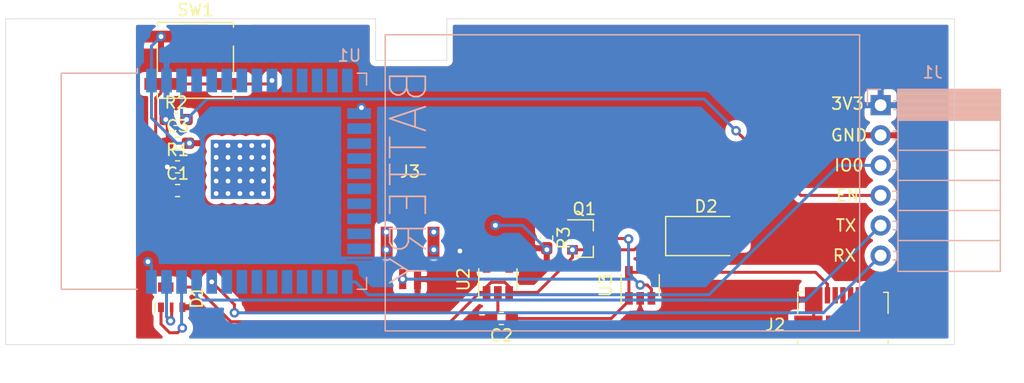
<source format=kicad_pcb>
(kicad_pcb (version 20190421) (host pcbnew "6.0.0-unknown-20800d0~86~ubuntu18.10.1")

  (general
    (thickness 1.6)
    (drawings 19)
    (tracks 173)
    (modules 16)
    (nets 47)
  )

  (page "A4")
  (layers
    (0 "F.Cu" signal)
    (31 "B.Cu" signal)
    (32 "B.Adhes" user)
    (33 "F.Adhes" user)
    (34 "B.Paste" user)
    (35 "F.Paste" user)
    (36 "B.SilkS" user)
    (37 "F.SilkS" user)
    (38 "B.Mask" user)
    (39 "F.Mask" user)
    (40 "Dwgs.User" user)
    (41 "Cmts.User" user)
    (42 "Eco1.User" user)
    (43 "Eco2.User" user)
    (44 "Edge.Cuts" user)
    (45 "Margin" user)
    (46 "B.CrtYd" user)
    (47 "F.CrtYd" user)
    (48 "B.Fab" user)
    (49 "F.Fab" user)
  )

  (setup
    (last_trace_width 0.25)
    (trace_clearance 0.2)
    (zone_clearance 0.508)
    (zone_45_only no)
    (trace_min 0.2)
    (via_size 0.8)
    (via_drill 0.4)
    (via_min_size 0.4)
    (via_min_drill 0.3)
    (uvia_size 0.3)
    (uvia_drill 0.1)
    (uvias_allowed no)
    (uvia_min_size 0.2)
    (uvia_min_drill 0.1)
    (edge_width 0.05)
    (segment_width 0.2)
    (pcb_text_width 0.3)
    (pcb_text_size 1.5 1.5)
    (mod_edge_width 0.12)
    (mod_text_size 1 1)
    (mod_text_width 0.15)
    (pad_size 1.524 1.524)
    (pad_drill 0.762)
    (pad_to_mask_clearance 0.051)
    (solder_mask_min_width 0.25)
    (aux_axis_origin 0 0)
    (visible_elements FFFFFF7F)
    (pcbplotparams
      (layerselection 0x010fc_ffffffff)
      (usegerberextensions false)
      (usegerberattributes false)
      (usegerberadvancedattributes false)
      (creategerberjobfile false)
      (excludeedgelayer true)
      (linewidth 0.100000)
      (plotframeref false)
      (viasonmask false)
      (mode 1)
      (useauxorigin false)
      (hpglpennumber 1)
      (hpglpenspeed 20)
      (hpglpendiameter 15.000000)
      (psnegative false)
      (psa4output false)
      (plotreference true)
      (plotvalue true)
      (plotinvisibletext false)
      (padsonsilk false)
      (subtractmaskfromsilk false)
      (outputformat 1)
      (mirror false)
      (drillshape 1)
      (scaleselection 1)
      (outputdirectory ""))
  )

  (net 0 "")
  (net 1 "GND")
  (net 2 "Net-(C1-Pad1)")
  (net 3 "VUSB")
  (net 4 "Net-(D1-Pad6)")
  (net 5 "Net-(D1-Pad5)")
  (net 6 "Net-(D1-Pad2)")
  (net 7 "Net-(D1-Pad1)")
  (net 8 "RX")
  (net 9 "TX")
  (net 10 "EN")
  (net 11 "IO0")
  (net 12 "+3V3")
  (net 13 "Net-(J2-Pad4)")
  (net 14 "Net-(J2-Pad3)")
  (net 15 "Net-(J2-Pad2)")
  (net 16 "Net-(U1-Pad33)")
  (net 17 "Net-(U1-Pad32)")
  (net 18 "Net-(U1-Pad31)")
  (net 19 "Net-(U1-Pad30)")
  (net 20 "Net-(U1-Pad29)")
  (net 21 "Net-(U1-Pad28)")
  (net 22 "Net-(U1-Pad27)")
  (net 23 "Net-(U1-Pad26)")
  (net 24 "Net-(U1-Pad24)")
  (net 25 "Net-(U1-Pad23)")
  (net 26 "Net-(U1-Pad22)")
  (net 27 "Net-(U1-Pad21)")
  (net 28 "Net-(U1-Pad20)")
  (net 29 "Net-(U1-Pad19)")
  (net 30 "Net-(U1-Pad18)")
  (net 31 "Net-(U1-Pad17)")
  (net 32 "Net-(U1-Pad13)")
  (net 33 "Net-(U1-Pad12)")
  (net 34 "Net-(U1-Pad11)")
  (net 35 "Net-(U1-Pad10)")
  (net 36 "Net-(U1-Pad8)")
  (net 37 "Net-(U1-Pad7)")
  (net 38 "Net-(U1-Pad6)")
  (net 39 "Net-(U1-Pad5)")
  (net 40 "Net-(U1-Pad4)")
  (net 41 "Net-(U2-Pad4)")
  (net 42 "Net-(U1-Pad16)")
  (net 43 "Net-(U1-Pad14)")
  (net 44 "VBUS")
  (net 45 "VIN")
  (net 46 "VBAT")

  (net_class "Default" "This is the default net class."
    (clearance 0.2)
    (trace_width 0.25)
    (via_dia 0.8)
    (via_drill 0.4)
    (uvia_dia 0.3)
    (uvia_drill 0.1)
    (add_net "+3V3")
    (add_net "EN")
    (add_net "GND")
    (add_net "IO0")
    (add_net "Net-(C1-Pad1)")
    (add_net "Net-(D1-Pad1)")
    (add_net "Net-(D1-Pad2)")
    (add_net "Net-(D1-Pad5)")
    (add_net "Net-(D1-Pad6)")
    (add_net "Net-(J2-Pad2)")
    (add_net "Net-(J2-Pad3)")
    (add_net "Net-(J2-Pad4)")
    (add_net "Net-(U1-Pad10)")
    (add_net "Net-(U1-Pad11)")
    (add_net "Net-(U1-Pad12)")
    (add_net "Net-(U1-Pad13)")
    (add_net "Net-(U1-Pad14)")
    (add_net "Net-(U1-Pad16)")
    (add_net "Net-(U1-Pad17)")
    (add_net "Net-(U1-Pad18)")
    (add_net "Net-(U1-Pad19)")
    (add_net "Net-(U1-Pad20)")
    (add_net "Net-(U1-Pad21)")
    (add_net "Net-(U1-Pad22)")
    (add_net "Net-(U1-Pad23)")
    (add_net "Net-(U1-Pad24)")
    (add_net "Net-(U1-Pad26)")
    (add_net "Net-(U1-Pad27)")
    (add_net "Net-(U1-Pad28)")
    (add_net "Net-(U1-Pad29)")
    (add_net "Net-(U1-Pad30)")
    (add_net "Net-(U1-Pad31)")
    (add_net "Net-(U1-Pad32)")
    (add_net "Net-(U1-Pad33)")
    (add_net "Net-(U1-Pad4)")
    (add_net "Net-(U1-Pad5)")
    (add_net "Net-(U1-Pad6)")
    (add_net "Net-(U1-Pad7)")
    (add_net "Net-(U1-Pad8)")
    (add_net "Net-(U2-Pad4)")
    (add_net "RX")
    (add_net "TX")
    (add_net "VBAT")
    (add_net "VBUS")
    (add_net "VIN")
    (add_net "VUSB")
  )

  (module "Connector_PinSocket_2.54mm:PinSocket_1x06_P2.54mm_Horizontal" (layer "B.Cu") (tedit 5A19A42D) (tstamp 5CE4B726)
    (at 152.273 118.491 180)
    (descr "Through hole angled socket strip, 1x06, 2.54mm pitch, 8.51mm socket length, single row (from Kicad 4.0.7), script generated")
    (tags "Through hole angled socket strip THT 1x06 2.54mm single row")
    (path "/5CE4C072")
    (fp_text reference "J1" (at -4.38 2.77) (layer "B.SilkS")
      (effects (font (size 1 1) (thickness 0.15)) (justify mirror))
    )
    (fp_text value "Conn_01x06_Female" (at -4.38 -15.47) (layer "B.Fab")
      (effects (font (size 1 1) (thickness 0.15)) (justify mirror))
    )
    (fp_text user "%R" (at -5.775 -6.35 270) (layer "B.Fab")
      (effects (font (size 1 1) (thickness 0.15)) (justify mirror))
    )
    (fp_line (start 1.75 -14.45) (end 1.75 1.8) (layer "B.CrtYd") (width 0.05))
    (fp_line (start -10.55 -14.45) (end 1.75 -14.45) (layer "B.CrtYd") (width 0.05))
    (fp_line (start -10.55 1.8) (end -10.55 -14.45) (layer "B.CrtYd") (width 0.05))
    (fp_line (start 1.75 1.8) (end -10.55 1.8) (layer "B.CrtYd") (width 0.05))
    (fp_line (start 0 1.33) (end 1.11 1.33) (layer "B.SilkS") (width 0.12))
    (fp_line (start 1.11 1.33) (end 1.11 0) (layer "B.SilkS") (width 0.12))
    (fp_line (start -10.09 1.33) (end -10.09 -14.03) (layer "B.SilkS") (width 0.12))
    (fp_line (start -10.09 -14.03) (end -1.46 -14.03) (layer "B.SilkS") (width 0.12))
    (fp_line (start -1.46 1.33) (end -1.46 -14.03) (layer "B.SilkS") (width 0.12))
    (fp_line (start -10.09 1.33) (end -1.46 1.33) (layer "B.SilkS") (width 0.12))
    (fp_line (start -10.09 -11.43) (end -1.46 -11.43) (layer "B.SilkS") (width 0.12))
    (fp_line (start -10.09 -8.89) (end -1.46 -8.89) (layer "B.SilkS") (width 0.12))
    (fp_line (start -10.09 -6.35) (end -1.46 -6.35) (layer "B.SilkS") (width 0.12))
    (fp_line (start -10.09 -3.81) (end -1.46 -3.81) (layer "B.SilkS") (width 0.12))
    (fp_line (start -10.09 -1.27) (end -1.46 -1.27) (layer "B.SilkS") (width 0.12))
    (fp_line (start -1.46 -13.06) (end -1.05 -13.06) (layer "B.SilkS") (width 0.12))
    (fp_line (start -1.46 -12.34) (end -1.05 -12.34) (layer "B.SilkS") (width 0.12))
    (fp_line (start -1.46 -10.52) (end -1.05 -10.52) (layer "B.SilkS") (width 0.12))
    (fp_line (start -1.46 -9.8) (end -1.05 -9.8) (layer "B.SilkS") (width 0.12))
    (fp_line (start -1.46 -7.98) (end -1.05 -7.98) (layer "B.SilkS") (width 0.12))
    (fp_line (start -1.46 -7.26) (end -1.05 -7.26) (layer "B.SilkS") (width 0.12))
    (fp_line (start -1.46 -5.44) (end -1.05 -5.44) (layer "B.SilkS") (width 0.12))
    (fp_line (start -1.46 -4.72) (end -1.05 -4.72) (layer "B.SilkS") (width 0.12))
    (fp_line (start -1.46 -2.9) (end -1.05 -2.9) (layer "B.SilkS") (width 0.12))
    (fp_line (start -1.46 -2.18) (end -1.05 -2.18) (layer "B.SilkS") (width 0.12))
    (fp_line (start -1.46 -0.36) (end -1.11 -0.36) (layer "B.SilkS") (width 0.12))
    (fp_line (start -1.46 0.36) (end -1.11 0.36) (layer "B.SilkS") (width 0.12))
    (fp_line (start -10.09 -1.1519) (end -1.46 -1.1519) (layer "B.SilkS") (width 0.12))
    (fp_line (start -10.09 -1.033805) (end -1.46 -1.033805) (layer "B.SilkS") (width 0.12))
    (fp_line (start -10.09 -0.91571) (end -1.46 -0.91571) (layer "B.SilkS") (width 0.12))
    (fp_line (start -10.09 -0.797615) (end -1.46 -0.797615) (layer "B.SilkS") (width 0.12))
    (fp_line (start -10.09 -0.67952) (end -1.46 -0.67952) (layer "B.SilkS") (width 0.12))
    (fp_line (start -10.09 -0.561425) (end -1.46 -0.561425) (layer "B.SilkS") (width 0.12))
    (fp_line (start -10.09 -0.44333) (end -1.46 -0.44333) (layer "B.SilkS") (width 0.12))
    (fp_line (start -10.09 -0.325235) (end -1.46 -0.325235) (layer "B.SilkS") (width 0.12))
    (fp_line (start -10.09 -0.20714) (end -1.46 -0.20714) (layer "B.SilkS") (width 0.12))
    (fp_line (start -10.09 -0.089045) (end -1.46 -0.089045) (layer "B.SilkS") (width 0.12))
    (fp_line (start -10.09 0.02905) (end -1.46 0.02905) (layer "B.SilkS") (width 0.12))
    (fp_line (start -10.09 0.147145) (end -1.46 0.147145) (layer "B.SilkS") (width 0.12))
    (fp_line (start -10.09 0.26524) (end -1.46 0.26524) (layer "B.SilkS") (width 0.12))
    (fp_line (start -10.09 0.383335) (end -1.46 0.383335) (layer "B.SilkS") (width 0.12))
    (fp_line (start -10.09 0.50143) (end -1.46 0.50143) (layer "B.SilkS") (width 0.12))
    (fp_line (start -10.09 0.619525) (end -1.46 0.619525) (layer "B.SilkS") (width 0.12))
    (fp_line (start -10.09 0.73762) (end -1.46 0.73762) (layer "B.SilkS") (width 0.12))
    (fp_line (start -10.09 0.855715) (end -1.46 0.855715) (layer "B.SilkS") (width 0.12))
    (fp_line (start -10.09 0.97381) (end -1.46 0.97381) (layer "B.SilkS") (width 0.12))
    (fp_line (start -10.09 1.091905) (end -1.46 1.091905) (layer "B.SilkS") (width 0.12))
    (fp_line (start -10.09 1.21) (end -1.46 1.21) (layer "B.SilkS") (width 0.12))
    (fp_line (start 0 -13) (end 0 -12.4) (layer "B.Fab") (width 0.1))
    (fp_line (start -1.52 -13) (end 0 -13) (layer "B.Fab") (width 0.1))
    (fp_line (start 0 -12.4) (end -1.52 -12.4) (layer "B.Fab") (width 0.1))
    (fp_line (start 0 -10.46) (end 0 -9.86) (layer "B.Fab") (width 0.1))
    (fp_line (start -1.52 -10.46) (end 0 -10.46) (layer "B.Fab") (width 0.1))
    (fp_line (start 0 -9.86) (end -1.52 -9.86) (layer "B.Fab") (width 0.1))
    (fp_line (start 0 -7.92) (end 0 -7.32) (layer "B.Fab") (width 0.1))
    (fp_line (start -1.52 -7.92) (end 0 -7.92) (layer "B.Fab") (width 0.1))
    (fp_line (start 0 -7.32) (end -1.52 -7.32) (layer "B.Fab") (width 0.1))
    (fp_line (start 0 -5.38) (end 0 -4.78) (layer "B.Fab") (width 0.1))
    (fp_line (start -1.52 -5.38) (end 0 -5.38) (layer "B.Fab") (width 0.1))
    (fp_line (start 0 -4.78) (end -1.52 -4.78) (layer "B.Fab") (width 0.1))
    (fp_line (start 0 -2.84) (end 0 -2.24) (layer "B.Fab") (width 0.1))
    (fp_line (start -1.52 -2.84) (end 0 -2.84) (layer "B.Fab") (width 0.1))
    (fp_line (start 0 -2.24) (end -1.52 -2.24) (layer "B.Fab") (width 0.1))
    (fp_line (start 0 -0.3) (end 0 0.3) (layer "B.Fab") (width 0.1))
    (fp_line (start -1.52 -0.3) (end 0 -0.3) (layer "B.Fab") (width 0.1))
    (fp_line (start 0 0.3) (end -1.52 0.3) (layer "B.Fab") (width 0.1))
    (fp_line (start -10.03 -13.97) (end -10.03 1.27) (layer "B.Fab") (width 0.1))
    (fp_line (start -1.52 -13.97) (end -10.03 -13.97) (layer "B.Fab") (width 0.1))
    (fp_line (start -1.52 0.3) (end -1.52 -13.97) (layer "B.Fab") (width 0.1))
    (fp_line (start -2.49 1.27) (end -1.52 0.3) (layer "B.Fab") (width 0.1))
    (fp_line (start -10.03 1.27) (end -2.49 1.27) (layer "B.Fab") (width 0.1))
    (pad "6" thru_hole oval (at 0 -12.7 180) (size 1.7 1.7) (drill 1) (layers *.Cu *.Mask)
      (net 8 "RX"))
    (pad "5" thru_hole oval (at 0 -10.16 180) (size 1.7 1.7) (drill 1) (layers *.Cu *.Mask)
      (net 9 "TX"))
    (pad "4" thru_hole oval (at 0 -7.62 180) (size 1.7 1.7) (drill 1) (layers *.Cu *.Mask)
      (net 10 "EN"))
    (pad "3" thru_hole oval (at 0 -5.08 180) (size 1.7 1.7) (drill 1) (layers *.Cu *.Mask)
      (net 11 "IO0"))
    (pad "2" thru_hole oval (at 0 -2.54 180) (size 1.7 1.7) (drill 1) (layers *.Cu *.Mask)
      (net 1 "GND"))
    (pad "1" thru_hole rect (at 0 0 180) (size 1.7 1.7) (drill 1) (layers *.Cu *.Mask)
      (net 12 "+3V3"))
    (model "${KISYS3DMOD}/Connector_PinSocket_2.54mm.3dshapes/PinSocket_1x06_P2.54mm_Horizontal.wrl"
      (at (xyz 0 0 0))
      (scale (xyz 1 1 1))
      (rotate (xyz 0 0 0))
    )
  )

  (module "ricmohte:LED-APA102-2020" (layer "F.Cu") (tedit 5CE835A2) (tstamp 5CE500CC)
    (at 92.5 134.7 90)
    (descr "http://www.led-color.com/upload/201604/APA102-2020%20SMD%20LED.pdf")
    (tags "LED RGB SPI")
    (path "/5CEDF491")
    (attr smd)
    (fp_text reference "D1" (at 0 2.11 90) (layer "F.SilkS")
      (effects (font (size 1 1) (thickness 0.15)))
    )
    (fp_text value "APA102" (at 0 -2 90) (layer "F.Fab")
      (effects (font (size 1 1) (thickness 0.15)))
    )
    (fp_line (start -0.5 -1) (end 1 -1) (layer "F.Fab") (width 0.1))
    (fp_line (start 1 -1) (end 1 1) (layer "F.Fab") (width 0.1))
    (fp_line (start 1 1) (end -1 1) (layer "F.Fab") (width 0.1))
    (fp_line (start -1 1) (end -1 -0.5) (layer "F.Fab") (width 0.1))
    (fp_line (start 1.5 -1.4) (end 1.5 1.4) (layer "F.CrtYd") (width 0.05))
    (fp_line (start -1.2 -1.4) (end -0.5 -1.4) (layer "F.SilkS") (width 0.12))
    (fp_text user "%R" (at 0 0 90) (layer "F.Fab")
      (effects (font (size 1 1) (thickness 0.15)))
    )
    (fp_line (start -0.5 -1) (end -1 -0.5) (layer "F.Fab") (width 0.1))
    (fp_line (start -1.5 -1.4) (end -1.5 1.4) (layer "F.CrtYd") (width 0.05))
    (fp_line (start -0.5 1.4) (end -0.5 1.58) (layer "F.CrtYd") (width 0.05))
    (fp_line (start -0.5 1.58) (end 0.5 1.58) (layer "F.CrtYd") (width 0.05))
    (fp_line (start 0.5 1.58) (end 0.5 1.4) (layer "F.CrtYd") (width 0.05))
    (fp_line (start -0.5 -1.4) (end -0.5 -1.58) (layer "F.CrtYd") (width 0.05))
    (fp_line (start -0.5 -1.58) (end 0.5 -1.58) (layer "F.CrtYd") (width 0.05))
    (fp_line (start 0.5 -1.58) (end 0.5 -1.4) (layer "F.CrtYd") (width 0.05))
    (fp_line (start 0.5 -1.4) (end 1.5 -1.4) (layer "F.CrtYd") (width 0.05))
    (fp_line (start -1.5 -1.4) (end -0.5 -1.4) (layer "F.CrtYd") (width 0.05))
    (fp_line (start -0.5 1.4) (end -1.5 1.4) (layer "F.CrtYd") (width 0.05))
    (fp_line (start 1.5 1.4) (end 0.5 1.4) (layer "F.CrtYd") (width 0.05))
    (pad "1" smd rect (at -0.85 -0.9 90) (size 0.8 0.5) (layers "F.Cu" "F.Paste" "F.Mask")
      (net 7 "Net-(D1-Pad1)"))
    (pad "2" smd rect (at -0.85 0 90) (size 0.8 0.3) (layers "F.Cu" "F.Paste" "F.Mask")
      (net 6 "Net-(D1-Pad2)"))
    (pad "3" smd rect (at -0.85 0.9 90) (size 0.8 0.5) (layers "F.Cu" "F.Paste" "F.Mask")
      (net 1 "GND"))
    (pad "5" smd rect (at 0.85 0 90) (size 0.8 0.3) (layers "F.Cu" "F.Paste" "F.Mask")
      (net 5 "Net-(D1-Pad5)"))
    (pad "4" smd rect (at 0.85 0.9 90) (size 0.8 0.5) (layers "F.Cu" "F.Paste" "F.Mask")
      (net 45 "VIN"))
    (pad "6" smd rect (at 0.85 -0.9 90) (size 0.8 0.5) (layers "F.Cu" "F.Paste" "F.Mask")
      (net 4 "Net-(D1-Pad6)"))
    (model "${KIPRJMOD}/APA102.step"
      (offset (xyz 55.5 35.25 0))
      (scale (xyz 1 1 1))
      (rotate (xyz 0 0 0))
    )
  )

  (module "Resistor_SMD:R_0603_1608Metric_Pad1.05x0.95mm_HandSolder" (layer "F.Cu") (tedit 5B301BBD) (tstamp 5CE83E4D)
    (at 124.12 129.695 270)
    (descr "Resistor SMD 0603 (1608 Metric), square (rectangular) end terminal, IPC_7351 nominal with elongated pad for handsoldering. (Body size source: http://www.tortai-tech.com/upload/download/2011102023233369053.pdf), generated with kicad-footprint-generator")
    (tags "resistor handsolder")
    (path "/5CEA9705")
    (attr smd)
    (fp_text reference "R3" (at 0 -1.43 90) (layer "F.SilkS")
      (effects (font (size 1 1) (thickness 0.15)))
    )
    (fp_text value "R" (at 0 1.43 90) (layer "F.Fab")
      (effects (font (size 1 1) (thickness 0.15)))
    )
    (fp_text user "%R" (at 0 0 90) (layer "F.Fab")
      (effects (font (size 0.4 0.4) (thickness 0.06)))
    )
    (fp_line (start 1.65 0.73) (end -1.65 0.73) (layer "F.CrtYd") (width 0.05))
    (fp_line (start 1.65 -0.73) (end 1.65 0.73) (layer "F.CrtYd") (width 0.05))
    (fp_line (start -1.65 -0.73) (end 1.65 -0.73) (layer "F.CrtYd") (width 0.05))
    (fp_line (start -1.65 0.73) (end -1.65 -0.73) (layer "F.CrtYd") (width 0.05))
    (fp_line (start -0.171267 0.51) (end 0.171267 0.51) (layer "F.SilkS") (width 0.12))
    (fp_line (start -0.171267 -0.51) (end 0.171267 -0.51) (layer "F.SilkS") (width 0.12))
    (fp_line (start 0.8 0.4) (end -0.8 0.4) (layer "F.Fab") (width 0.1))
    (fp_line (start 0.8 -0.4) (end 0.8 0.4) (layer "F.Fab") (width 0.1))
    (fp_line (start -0.8 -0.4) (end 0.8 -0.4) (layer "F.Fab") (width 0.1))
    (fp_line (start -0.8 0.4) (end -0.8 -0.4) (layer "F.Fab") (width 0.1))
    (pad "2" smd roundrect (at 0.875 0 270) (size 1.05 0.95) (layers "F.Cu" "F.Paste" "F.Mask") (roundrect_rratio 0.25)
      (net 1 "GND"))
    (pad "1" smd roundrect (at -0.875 0 270) (size 1.05 0.95) (layers "F.Cu" "F.Paste" "F.Mask") (roundrect_rratio 0.25)
      (net 44 "VBUS"))
    (model "${KISYS3DMOD}/Resistor_SMD.3dshapes/R_0603_1608Metric.wrl"
      (at (xyz 0 0 0))
      (scale (xyz 1 1 1))
      (rotate (xyz 0 0 0))
    )
  )

  (module "Package_TO_SOT_SMD:SOT-23" (layer "F.Cu") (tedit 5A02FF57) (tstamp 5CE83B8D)
    (at 127.29 129.75)
    (descr "SOT-23, Standard")
    (tags "SOT-23")
    (path "/5CE89340")
    (attr smd)
    (fp_text reference "Q1" (at 0 -2.5) (layer "F.SilkS")
      (effects (font (size 1 1) (thickness 0.15)))
    )
    (fp_text value "BSS83P" (at 0 2.5) (layer "F.Fab")
      (effects (font (size 1 1) (thickness 0.15)))
    )
    (fp_line (start 0.76 1.58) (end -0.7 1.58) (layer "F.SilkS") (width 0.12))
    (fp_line (start 0.76 -1.58) (end -1.4 -1.58) (layer "F.SilkS") (width 0.12))
    (fp_line (start -1.7 1.75) (end -1.7 -1.75) (layer "F.CrtYd") (width 0.05))
    (fp_line (start 1.7 1.75) (end -1.7 1.75) (layer "F.CrtYd") (width 0.05))
    (fp_line (start 1.7 -1.75) (end 1.7 1.75) (layer "F.CrtYd") (width 0.05))
    (fp_line (start -1.7 -1.75) (end 1.7 -1.75) (layer "F.CrtYd") (width 0.05))
    (fp_line (start 0.76 -1.58) (end 0.76 -0.65) (layer "F.SilkS") (width 0.12))
    (fp_line (start 0.76 1.58) (end 0.76 0.65) (layer "F.SilkS") (width 0.12))
    (fp_line (start -0.7 1.52) (end 0.7 1.52) (layer "F.Fab") (width 0.1))
    (fp_line (start 0.7 -1.52) (end 0.7 1.52) (layer "F.Fab") (width 0.1))
    (fp_line (start -0.7 -0.95) (end -0.15 -1.52) (layer "F.Fab") (width 0.1))
    (fp_line (start -0.15 -1.52) (end 0.7 -1.52) (layer "F.Fab") (width 0.1))
    (fp_line (start -0.7 -0.95) (end -0.7 1.5) (layer "F.Fab") (width 0.1))
    (fp_text user "%R" (at 0 0 90) (layer "F.Fab")
      (effects (font (size 0.5 0.5) (thickness 0.075)))
    )
    (pad "3" smd rect (at 1 0) (size 0.9 0.8) (layers "F.Cu" "F.Paste" "F.Mask")
      (net 46 "VBAT"))
    (pad "2" smd rect (at -1 0.95) (size 0.9 0.8) (layers "F.Cu" "F.Paste" "F.Mask")
      (net 45 "VIN"))
    (pad "1" smd rect (at -1 -0.95) (size 0.9 0.8) (layers "F.Cu" "F.Paste" "F.Mask")
      (net 44 "VBUS"))
    (model "${KISYS3DMOD}/Package_TO_SOT_SMD.3dshapes/SOT-23.wrl"
      (at (xyz 0 0 0))
      (scale (xyz 1 1 1))
      (rotate (xyz 0 0 0))
    )
  )

  (module "Diode_SMD:D_SMA" (layer "F.Cu") (tedit 586432E5) (tstamp 5CE83A60)
    (at 137.55 129.54)
    (descr "Diode SMA (DO-214AC)")
    (tags "Diode SMA (DO-214AC)")
    (path "/5CEA9707")
    (attr smd)
    (fp_text reference "D2" (at 0 -2.5) (layer "F.SilkS")
      (effects (font (size 1 1) (thickness 0.15)))
    )
    (fp_text value "B140-E3" (at 0 2.6) (layer "F.Fab")
      (effects (font (size 1 1) (thickness 0.15)))
    )
    (fp_line (start -3.4 -1.65) (end 2 -1.65) (layer "F.SilkS") (width 0.12))
    (fp_line (start -3.4 1.65) (end 2 1.65) (layer "F.SilkS") (width 0.12))
    (fp_line (start -0.64944 0.00102) (end 0.50118 -0.79908) (layer "F.Fab") (width 0.1))
    (fp_line (start -0.64944 0.00102) (end 0.50118 0.75032) (layer "F.Fab") (width 0.1))
    (fp_line (start 0.50118 0.75032) (end 0.50118 -0.79908) (layer "F.Fab") (width 0.1))
    (fp_line (start -0.64944 -0.79908) (end -0.64944 0.80112) (layer "F.Fab") (width 0.1))
    (fp_line (start 0.50118 0.00102) (end 1.4994 0.00102) (layer "F.Fab") (width 0.1))
    (fp_line (start -0.64944 0.00102) (end -1.55114 0.00102) (layer "F.Fab") (width 0.1))
    (fp_line (start -3.5 1.75) (end -3.5 -1.75) (layer "F.CrtYd") (width 0.05))
    (fp_line (start 3.5 1.75) (end -3.5 1.75) (layer "F.CrtYd") (width 0.05))
    (fp_line (start 3.5 -1.75) (end 3.5 1.75) (layer "F.CrtYd") (width 0.05))
    (fp_line (start -3.5 -1.75) (end 3.5 -1.75) (layer "F.CrtYd") (width 0.05))
    (fp_line (start 2.3 -1.5) (end -2.3 -1.5) (layer "F.Fab") (width 0.1))
    (fp_line (start 2.3 -1.5) (end 2.3 1.5) (layer "F.Fab") (width 0.1))
    (fp_line (start -2.3 1.5) (end -2.3 -1.5) (layer "F.Fab") (width 0.1))
    (fp_line (start 2.3 1.5) (end -2.3 1.5) (layer "F.Fab") (width 0.1))
    (fp_line (start -3.4 -1.65) (end -3.4 1.65) (layer "F.SilkS") (width 0.12))
    (fp_text user "%R" (at 0 -2.5) (layer "F.Fab")
      (effects (font (size 1 1) (thickness 0.15)))
    )
    (pad "2" smd rect (at 2 0) (size 2.5 1.8) (layers "F.Cu" "F.Paste" "F.Mask")
      (net 44 "VBUS"))
    (pad "1" smd rect (at -2 0) (size 2.5 1.8) (layers "F.Cu" "F.Paste" "F.Mask")
      (net 45 "VIN"))
    (model "${KISYS3DMOD}/Diode_SMD.3dshapes/D_SMA.wrl"
      (at (xyz 0 0 0))
      (scale (xyz 1 1 1))
      (rotate (xyz 0 0 0))
    )
  )

  (module "ricmohte:BM02B-GHS-TBT" (layer "F.Cu") (tedit 5CE4BB8D) (tstamp 5CE50169)
    (at 112.6 130.1 180)
    (path "/5CE4E6E8")
    (fp_text reference "J3" (at 0 6) (layer "F.SilkS")
      (effects (font (size 1 1) (thickness 0.15)))
    )
    (fp_text value "Conn_01x02_Male" (at 0 -7.5) (layer "F.Fab")
      (effects (font (size 1 1) (thickness 0.15)))
    )
    (pad "1" smd rect (at 0.625 -3.075 180) (size 0.6 1.7) (layers "F.Cu" "F.Paste" "F.Mask")
      (net 46 "VBAT"))
    (pad "2" smd rect (at -0.625 -3.075 180) (size 0.6 1.7) (layers "F.Cu" "F.Paste" "F.Mask")
      (net 1 "GND"))
    (pad "" smd rect (at 1.975 0 180) (size 1 2.7) (layers "F.Cu" "F.Paste" "F.Mask"))
    (pad "" smd rect (at -1.975 0 180) (size 1 2.7) (layers "F.Cu" "F.Paste" "F.Mask"))
  )

  (module "Resistor_SMD:R_0603_1608Metric_Pad1.05x0.95mm_HandSolder" (layer "F.Cu") (tedit 5B301BBD) (tstamp 5CE4FF7A)
    (at 92.875 119.7)
    (descr "Resistor SMD 0603 (1608 Metric), square (rectangular) end terminal, IPC_7351 nominal with elongated pad for handsoldering. (Body size source: http://www.tortai-tech.com/upload/download/2011102023233369053.pdf), generated with kicad-footprint-generator")
    (tags "resistor handsolder")
    (path "/5CE4FE77")
    (attr smd)
    (fp_text reference "R2" (at 0 -1.43) (layer "F.SilkS")
      (effects (font (size 1 1) (thickness 0.15)))
    )
    (fp_text value "R" (at 0 1.43) (layer "F.Fab")
      (effects (font (size 1 1) (thickness 0.15)))
    )
    (fp_line (start -0.8 0.4) (end -0.8 -0.4) (layer "F.Fab") (width 0.1))
    (fp_line (start -0.8 -0.4) (end 0.8 -0.4) (layer "F.Fab") (width 0.1))
    (fp_line (start 0.8 -0.4) (end 0.8 0.4) (layer "F.Fab") (width 0.1))
    (fp_line (start 0.8 0.4) (end -0.8 0.4) (layer "F.Fab") (width 0.1))
    (fp_line (start -0.171267 -0.51) (end 0.171267 -0.51) (layer "F.SilkS") (width 0.12))
    (fp_line (start -0.171267 0.51) (end 0.171267 0.51) (layer "F.SilkS") (width 0.12))
    (fp_line (start -1.65 0.73) (end -1.65 -0.73) (layer "F.CrtYd") (width 0.05))
    (fp_line (start -1.65 -0.73) (end 1.65 -0.73) (layer "F.CrtYd") (width 0.05))
    (fp_line (start 1.65 -0.73) (end 1.65 0.73) (layer "F.CrtYd") (width 0.05))
    (fp_line (start 1.65 0.73) (end -1.65 0.73) (layer "F.CrtYd") (width 0.05))
    (fp_text user "%R" (at 0 0) (layer "F.Fab")
      (effects (font (size 0.4 0.4) (thickness 0.06)))
    )
    (pad "1" smd roundrect (at -0.875 0) (size 1.05 0.95) (layers "F.Cu" "F.Paste" "F.Mask") (roundrect_rratio 0.25)
      (net 12 "+3V3"))
    (pad "2" smd roundrect (at 0.875 0) (size 1.05 0.95) (layers "F.Cu" "F.Paste" "F.Mask") (roundrect_rratio 0.25)
      (net 10 "EN"))
    (model "${KISYS3DMOD}/Resistor_SMD.3dshapes/R_0603_1608Metric.wrl"
      (at (xyz 0 0 0))
      (scale (xyz 1 1 1))
      (rotate (xyz 0 0 0))
    )
  )

  (module "Capacitor_SMD:C_0603_1608Metric_Pad1.05x0.95mm_HandSolder" (layer "F.Cu") (tedit 5B301BBE) (tstamp 5CE4FDFB)
    (at 93 121.7)
    (descr "Capacitor SMD 0603 (1608 Metric), square (rectangular) end terminal, IPC_7351 nominal with elongated pad for handsoldering. (Body size source: http://www.tortai-tech.com/upload/download/2011102023233369053.pdf), generated with kicad-footprint-generator")
    (tags "capacitor handsolder")
    (path "/5CE570CD")
    (attr smd)
    (fp_text reference "C3" (at 0 -1.43) (layer "F.SilkS")
      (effects (font (size 1 1) (thickness 0.15)))
    )
    (fp_text value "1u" (at 0 1.43) (layer "F.Fab")
      (effects (font (size 1 1) (thickness 0.15)))
    )
    (fp_line (start -0.8 0.4) (end -0.8 -0.4) (layer "F.Fab") (width 0.1))
    (fp_line (start -0.8 -0.4) (end 0.8 -0.4) (layer "F.Fab") (width 0.1))
    (fp_line (start 0.8 -0.4) (end 0.8 0.4) (layer "F.Fab") (width 0.1))
    (fp_line (start 0.8 0.4) (end -0.8 0.4) (layer "F.Fab") (width 0.1))
    (fp_line (start -0.171267 -0.51) (end 0.171267 -0.51) (layer "F.SilkS") (width 0.12))
    (fp_line (start -0.171267 0.51) (end 0.171267 0.51) (layer "F.SilkS") (width 0.12))
    (fp_line (start -1.65 0.73) (end -1.65 -0.73) (layer "F.CrtYd") (width 0.05))
    (fp_line (start -1.65 -0.73) (end 1.65 -0.73) (layer "F.CrtYd") (width 0.05))
    (fp_line (start 1.65 -0.73) (end 1.65 0.73) (layer "F.CrtYd") (width 0.05))
    (fp_line (start 1.65 0.73) (end -1.65 0.73) (layer "F.CrtYd") (width 0.05))
    (fp_text user "%R" (at 0 0) (layer "F.Fab")
      (effects (font (size 0.4 0.4) (thickness 0.06)))
    )
    (pad "1" smd roundrect (at -0.875 0) (size 1.05 0.95) (layers "F.Cu" "F.Paste" "F.Mask") (roundrect_rratio 0.25)
      (net 12 "+3V3"))
    (pad "2" smd roundrect (at 0.875 0) (size 1.05 0.95) (layers "F.Cu" "F.Paste" "F.Mask") (roundrect_rratio 0.25)
      (net 1 "GND"))
    (model "${KISYS3DMOD}/Capacitor_SMD.3dshapes/C_0603_1608Metric.wrl"
      (at (xyz 0 0 0))
      (scale (xyz 1 1 1))
      (rotate (xyz 0 0 0))
    )
  )

  (module "Package_TO_SOT_SMD:SOT-23-5" (layer "F.Cu") (tedit 5A02FF57) (tstamp 5CE5022D)
    (at 132 133.7 90)
    (descr "5-pin SOT23 package")
    (tags "SOT-23-5")
    (path "/5CE84B04")
    (attr smd)
    (fp_text reference "U3" (at 0 -2.9 90) (layer "F.SilkS")
      (effects (font (size 1 1) (thickness 0.15)))
    )
    (fp_text value "MCP73811T-420I-OT" (at 0 2.9 90) (layer "F.Fab")
      (effects (font (size 1 1) (thickness 0.15)))
    )
    (fp_text user "%R" (at 0 0) (layer "F.Fab")
      (effects (font (size 0.5 0.5) (thickness 0.075)))
    )
    (fp_line (start -0.9 1.61) (end 0.9 1.61) (layer "F.SilkS") (width 0.12))
    (fp_line (start 0.9 -1.61) (end -1.55 -1.61) (layer "F.SilkS") (width 0.12))
    (fp_line (start -1.9 -1.8) (end 1.9 -1.8) (layer "F.CrtYd") (width 0.05))
    (fp_line (start 1.9 -1.8) (end 1.9 1.8) (layer "F.CrtYd") (width 0.05))
    (fp_line (start 1.9 1.8) (end -1.9 1.8) (layer "F.CrtYd") (width 0.05))
    (fp_line (start -1.9 1.8) (end -1.9 -1.8) (layer "F.CrtYd") (width 0.05))
    (fp_line (start -0.9 -0.9) (end -0.25 -1.55) (layer "F.Fab") (width 0.1))
    (fp_line (start 0.9 -1.55) (end -0.25 -1.55) (layer "F.Fab") (width 0.1))
    (fp_line (start -0.9 -0.9) (end -0.9 1.55) (layer "F.Fab") (width 0.1))
    (fp_line (start 0.9 1.55) (end -0.9 1.55) (layer "F.Fab") (width 0.1))
    (fp_line (start 0.9 -1.55) (end 0.9 1.55) (layer "F.Fab") (width 0.1))
    (pad "1" smd rect (at -1.1 -0.95 90) (size 1.06 0.65) (layers "F.Cu" "F.Paste" "F.Mask")
      (net 3 "VUSB"))
    (pad "2" smd rect (at -1.1 0 90) (size 1.06 0.65) (layers "F.Cu" "F.Paste" "F.Mask")
      (net 1 "GND"))
    (pad "3" smd rect (at -1.1 0.95 90) (size 1.06 0.65) (layers "F.Cu" "F.Paste" "F.Mask")
      (net 46 "VBAT"))
    (pad "4" smd rect (at 1.1 0.95 90) (size 1.06 0.65) (layers "F.Cu" "F.Paste" "F.Mask")
      (net 3 "VUSB"))
    (pad "5" smd rect (at 1.1 -0.95 90) (size 1.06 0.65) (layers "F.Cu" "F.Paste" "F.Mask")
      (net 3 "VUSB"))
    (model "${KISYS3DMOD}/Package_TO_SOT_SMD.3dshapes/SOT-23-5.wrl"
      (at (xyz 0 0 0))
      (scale (xyz 1 1 1))
      (rotate (xyz 0 0 0))
    )
  )

  (module "Package_TO_SOT_SMD:SOT-23-5" (layer "F.Cu") (tedit 5A02FF57) (tstamp 5CE50218)
    (at 120 133.2 90)
    (descr "5-pin SOT23 package")
    (tags "SOT-23-5")
    (path "/5CE4BB78")
    (attr smd)
    (fp_text reference "U2" (at 0 -2.9 90) (layer "F.SilkS")
      (effects (font (size 1 1) (thickness 0.15)))
    )
    (fp_text value "AP2112K-3.3" (at 0 2.9 90) (layer "F.Fab")
      (effects (font (size 1 1) (thickness 0.15)))
    )
    (fp_text user "%R" (at 0 0) (layer "F.Fab")
      (effects (font (size 0.5 0.5) (thickness 0.075)))
    )
    (fp_line (start -0.9 1.61) (end 0.9 1.61) (layer "F.SilkS") (width 0.12))
    (fp_line (start 0.9 -1.61) (end -1.55 -1.61) (layer "F.SilkS") (width 0.12))
    (fp_line (start -1.9 -1.8) (end 1.9 -1.8) (layer "F.CrtYd") (width 0.05))
    (fp_line (start 1.9 -1.8) (end 1.9 1.8) (layer "F.CrtYd") (width 0.05))
    (fp_line (start 1.9 1.8) (end -1.9 1.8) (layer "F.CrtYd") (width 0.05))
    (fp_line (start -1.9 1.8) (end -1.9 -1.8) (layer "F.CrtYd") (width 0.05))
    (fp_line (start -0.9 -0.9) (end -0.25 -1.55) (layer "F.Fab") (width 0.1))
    (fp_line (start 0.9 -1.55) (end -0.25 -1.55) (layer "F.Fab") (width 0.1))
    (fp_line (start -0.9 -0.9) (end -0.9 1.55) (layer "F.Fab") (width 0.1))
    (fp_line (start 0.9 1.55) (end -0.9 1.55) (layer "F.Fab") (width 0.1))
    (fp_line (start 0.9 -1.55) (end 0.9 1.55) (layer "F.Fab") (width 0.1))
    (pad "1" smd rect (at -1.1 -0.95 90) (size 1.06 0.65) (layers "F.Cu" "F.Paste" "F.Mask")
      (net 45 "VIN"))
    (pad "2" smd rect (at -1.1 0 90) (size 1.06 0.65) (layers "F.Cu" "F.Paste" "F.Mask")
      (net 1 "GND"))
    (pad "3" smd rect (at -1.1 0.95 90) (size 1.06 0.65) (layers "F.Cu" "F.Paste" "F.Mask")
      (net 45 "VIN"))
    (pad "4" smd rect (at 1.1 0.95 90) (size 1.06 0.65) (layers "F.Cu" "F.Paste" "F.Mask")
      (net 41 "Net-(U2-Pad4)"))
    (pad "5" smd rect (at 1.1 -0.95 90) (size 1.06 0.65) (layers "F.Cu" "F.Paste" "F.Mask")
      (net 12 "+3V3"))
    (model "${KISYS3DMOD}/Package_TO_SOT_SMD.3dshapes/SOT-23-5.wrl"
      (at (xyz 0 0 0))
      (scale (xyz 1 1 1))
      (rotate (xyz 0 0 0))
    )
  )

  (module "RF_Module:ESP32-WROOM-32" (layer "B.Cu") (tedit 5B5B4654) (tstamp 5CE50203)
    (at 99.05 124.91 270)
    (descr "Single 2.4 GHz Wi-Fi and Bluetooth combo chip https://www.espressif.com/sites/default/files/documentation/esp32-wroom-32_datasheet_en.pdf")
    (tags "Single 2.4 GHz Wi-Fi and Bluetooth combo  chip")
    (path "/5CE4A36D")
    (attr smd)
    (fp_text reference "U1" (at -10.61 -8.43 180) (layer "B.SilkS")
      (effects (font (size 1 1) (thickness 0.15)) (justify mirror))
    )
    (fp_text value "ESP32-WROOM-32" (at 0 -11.5 90) (layer "B.Fab")
      (effects (font (size 1 1) (thickness 0.15)) (justify mirror))
    )
    (fp_text user "%R" (at 0 0 90) (layer "B.Fab")
      (effects (font (size 1 1) (thickness 0.15)) (justify mirror))
    )
    (fp_text user "KEEP-OUT ZONE" (at 0 19 90) (layer "Cmts.User")
      (effects (font (size 1 1) (thickness 0.15)))
    )
    (fp_text user "Antenna" (at 0 13 90) (layer "Cmts.User")
      (effects (font (size 1 1) (thickness 0.15)))
    )
    (fp_text user "5 mm" (at 11.8 14.375 90) (layer "Cmts.User")
      (effects (font (size 0.5 0.5) (thickness 0.1)))
    )
    (fp_text user "5 mm" (at -11.2 14.375 90) (layer "Cmts.User")
      (effects (font (size 0.5 0.5) (thickness 0.1)))
    )
    (fp_text user "5 mm" (at 7.8 19.075 180) (layer "Cmts.User")
      (effects (font (size 0.5 0.5) (thickness 0.1)))
    )
    (fp_line (start -14 9.97) (end -14 20.75) (layer "Dwgs.User") (width 0.1))
    (fp_line (start 9 -9.76) (end 9 15.745) (layer "B.Fab") (width 0.1))
    (fp_line (start -9 -9.76) (end 9 -9.76) (layer "B.Fab") (width 0.1))
    (fp_line (start -9 15.745) (end -9 10.02) (layer "B.Fab") (width 0.1))
    (fp_line (start -9 15.745) (end 9 15.745) (layer "B.Fab") (width 0.1))
    (fp_line (start -9.75 -10.5) (end -9.75 9.72) (layer "B.CrtYd") (width 0.05))
    (fp_line (start -9.75 -10.5) (end 9.75 -10.5) (layer "B.CrtYd") (width 0.05))
    (fp_line (start 9.75 9.72) (end 9.75 -10.5) (layer "B.CrtYd") (width 0.05))
    (fp_line (start -14.25 21) (end 14.25 21) (layer "B.CrtYd") (width 0.05))
    (fp_line (start -9 9.02) (end -9 -9.76) (layer "B.Fab") (width 0.1))
    (fp_line (start -8.5 9.52) (end -9 10.02) (layer "B.Fab") (width 0.1))
    (fp_line (start -9 9.02) (end -8.5 9.52) (layer "B.Fab") (width 0.1))
    (fp_line (start 14 9.97) (end -14 9.97) (layer "Dwgs.User") (width 0.1))
    (fp_line (start 14 9.97) (end 14 20.75) (layer "Dwgs.User") (width 0.1))
    (fp_line (start 14 20.75) (end -14 20.75) (layer "Dwgs.User") (width 0.1))
    (fp_line (start -14.25 21) (end -14.25 9.72) (layer "B.CrtYd") (width 0.05))
    (fp_line (start 14.25 21) (end 14.25 9.72) (layer "B.CrtYd") (width 0.05))
    (fp_line (start -14.25 9.72) (end -9.75 9.72) (layer "B.CrtYd") (width 0.05))
    (fp_line (start 9.75 9.72) (end 14.25 9.72) (layer "B.CrtYd") (width 0.05))
    (fp_line (start -12.525 20.75) (end -14 19.66) (layer "Dwgs.User") (width 0.1))
    (fp_line (start -10.525 20.75) (end -14 18.045) (layer "Dwgs.User") (width 0.1))
    (fp_line (start -8.525 20.75) (end -14 16.43) (layer "Dwgs.User") (width 0.1))
    (fp_line (start -6.525 20.75) (end -14 14.815) (layer "Dwgs.User") (width 0.1))
    (fp_line (start -4.525 20.75) (end -14 13.2) (layer "Dwgs.User") (width 0.1))
    (fp_line (start -2.525 20.75) (end -14 11.585) (layer "Dwgs.User") (width 0.1))
    (fp_line (start -0.525 20.75) (end -14 9.97) (layer "Dwgs.User") (width 0.1))
    (fp_line (start 1.475 20.75) (end -12 9.97) (layer "Dwgs.User") (width 0.1))
    (fp_line (start 3.475 20.75) (end -10 9.97) (layer "Dwgs.User") (width 0.1))
    (fp_line (start -8 9.97) (end 5.475 20.75) (layer "Dwgs.User") (width 0.1))
    (fp_line (start 7.475 20.75) (end -6 9.97) (layer "Dwgs.User") (width 0.1))
    (fp_line (start 9.475 20.75) (end -4 9.97) (layer "Dwgs.User") (width 0.1))
    (fp_line (start 11.475 20.75) (end -2 9.97) (layer "Dwgs.User") (width 0.1))
    (fp_line (start 13.475 20.75) (end 0 9.97) (layer "Dwgs.User") (width 0.1))
    (fp_line (start 14 19.66) (end 2 9.97) (layer "Dwgs.User") (width 0.1))
    (fp_line (start 14 18.045) (end 4 9.97) (layer "Dwgs.User") (width 0.1))
    (fp_line (start 14 16.43) (end 6 9.97) (layer "Dwgs.User") (width 0.1))
    (fp_line (start 14 14.815) (end 8 9.97) (layer "Dwgs.User") (width 0.1))
    (fp_line (start 14 13.2) (end 10 9.97) (layer "Dwgs.User") (width 0.1))
    (fp_line (start 14 11.585) (end 12 9.97) (layer "Dwgs.User") (width 0.1))
    (fp_line (start 9.2 13.875) (end 13.8 13.875) (layer "Cmts.User") (width 0.1))
    (fp_line (start 13.8 13.875) (end 13.6 14.075) (layer "Cmts.User") (width 0.1))
    (fp_line (start 13.8 13.875) (end 13.6 13.675) (layer "Cmts.User") (width 0.1))
    (fp_line (start 9.2 13.875) (end 9.4 14.075) (layer "Cmts.User") (width 0.1))
    (fp_line (start 9.2 13.875) (end 9.4 13.675) (layer "Cmts.User") (width 0.1))
    (fp_line (start -13.8 13.875) (end -13.6 14.075) (layer "Cmts.User") (width 0.1))
    (fp_line (start -13.8 13.875) (end -13.6 13.675) (layer "Cmts.User") (width 0.1))
    (fp_line (start -9.2 13.875) (end -9.4 13.675) (layer "Cmts.User") (width 0.1))
    (fp_line (start -13.8 13.875) (end -9.2 13.875) (layer "Cmts.User") (width 0.1))
    (fp_line (start -9.2 13.875) (end -9.4 14.075) (layer "Cmts.User") (width 0.1))
    (fp_line (start 8.4 16) (end 8.2 16.2) (layer "Cmts.User") (width 0.1))
    (fp_line (start 8.4 16) (end 8.6 16.2) (layer "Cmts.User") (width 0.1))
    (fp_line (start 8.4 20.6) (end 8.6 20.4) (layer "Cmts.User") (width 0.1))
    (fp_line (start 8.4 16) (end 8.4 20.6) (layer "Cmts.User") (width 0.1))
    (fp_line (start 8.4 20.6) (end 8.2 20.4) (layer "Cmts.User") (width 0.1))
    (fp_line (start -9.12 -9.1) (end -9.12 -9.88) (layer "B.SilkS") (width 0.12))
    (fp_line (start -9.12 -9.88) (end -8.12 -9.88) (layer "B.SilkS") (width 0.12))
    (fp_line (start 9.12 -9.1) (end 9.12 -9.88) (layer "B.SilkS") (width 0.12))
    (fp_line (start 9.12 -9.88) (end 8.12 -9.88) (layer "B.SilkS") (width 0.12))
    (fp_line (start -9.12 15.865) (end 9.12 15.865) (layer "B.SilkS") (width 0.12))
    (fp_line (start 9.12 15.865) (end 9.12 9.445) (layer "B.SilkS") (width 0.12))
    (fp_line (start -9.12 15.865) (end -9.12 9.445) (layer "B.SilkS") (width 0.12))
    (fp_line (start -9.12 9.445) (end -9.5 9.445) (layer "B.SilkS") (width 0.12))
    (pad "39" smd rect (at -1 0.755 270) (size 5 5) (layers "B.Cu" "B.Paste" "B.Mask"))
    (pad "1" smd rect (at -8.5 8.255 270) (size 2 0.9) (layers "B.Cu" "B.Paste" "B.Mask")
      (net 1 "GND"))
    (pad "2" smd rect (at -8.5 6.985 270) (size 2 0.9) (layers "B.Cu" "B.Paste" "B.Mask")
      (net 12 "+3V3"))
    (pad "3" smd rect (at -8.5 5.715 270) (size 2 0.9) (layers "B.Cu" "B.Paste" "B.Mask")
      (net 10 "EN"))
    (pad "4" smd rect (at -8.5 4.445 270) (size 2 0.9) (layers "B.Cu" "B.Paste" "B.Mask")
      (net 40 "Net-(U1-Pad4)"))
    (pad "5" smd rect (at -8.5 3.175 270) (size 2 0.9) (layers "B.Cu" "B.Paste" "B.Mask")
      (net 39 "Net-(U1-Pad5)"))
    (pad "6" smd rect (at -8.5 1.905 270) (size 2 0.9) (layers "B.Cu" "B.Paste" "B.Mask")
      (net 38 "Net-(U1-Pad6)"))
    (pad "7" smd rect (at -8.5 0.635 270) (size 2 0.9) (layers "B.Cu" "B.Paste" "B.Mask")
      (net 37 "Net-(U1-Pad7)"))
    (pad "8" smd rect (at -8.5 -0.635 270) (size 2 0.9) (layers "B.Cu" "B.Paste" "B.Mask")
      (net 36 "Net-(U1-Pad8)"))
    (pad "9" smd rect (at -8.5 -1.905 270) (size 2 0.9) (layers "B.Cu" "B.Paste" "B.Mask")
      (net 2 "Net-(C1-Pad1)"))
    (pad "10" smd rect (at -8.5 -3.175 270) (size 2 0.9) (layers "B.Cu" "B.Paste" "B.Mask")
      (net 35 "Net-(U1-Pad10)"))
    (pad "11" smd rect (at -8.5 -4.445 270) (size 2 0.9) (layers "B.Cu" "B.Paste" "B.Mask")
      (net 34 "Net-(U1-Pad11)"))
    (pad "12" smd rect (at -8.5 -5.715 270) (size 2 0.9) (layers "B.Cu" "B.Paste" "B.Mask")
      (net 33 "Net-(U1-Pad12)"))
    (pad "13" smd rect (at -8.5 -6.985 270) (size 2 0.9) (layers "B.Cu" "B.Paste" "B.Mask")
      (net 32 "Net-(U1-Pad13)"))
    (pad "14" smd rect (at -8.5 -8.255 270) (size 2 0.9) (layers "B.Cu" "B.Paste" "B.Mask")
      (net 43 "Net-(U1-Pad14)"))
    (pad "15" smd rect (at -5.715 -9.255 180) (size 2 0.9) (layers "B.Cu" "B.Paste" "B.Mask")
      (net 1 "GND"))
    (pad "16" smd rect (at -4.445 -9.255 180) (size 2 0.9) (layers "B.Cu" "B.Paste" "B.Mask")
      (net 42 "Net-(U1-Pad16)"))
    (pad "17" smd rect (at -3.175 -9.255 180) (size 2 0.9) (layers "B.Cu" "B.Paste" "B.Mask")
      (net 31 "Net-(U1-Pad17)"))
    (pad "18" smd rect (at -1.905 -9.255 180) (size 2 0.9) (layers "B.Cu" "B.Paste" "B.Mask")
      (net 30 "Net-(U1-Pad18)"))
    (pad "19" smd rect (at -0.635 -9.255 180) (size 2 0.9) (layers "B.Cu" "B.Paste" "B.Mask")
      (net 29 "Net-(U1-Pad19)"))
    (pad "20" smd rect (at 0.635 -9.255 180) (size 2 0.9) (layers "B.Cu" "B.Paste" "B.Mask")
      (net 28 "Net-(U1-Pad20)"))
    (pad "21" smd rect (at 1.905 -9.255 180) (size 2 0.9) (layers "B.Cu" "B.Paste" "B.Mask")
      (net 27 "Net-(U1-Pad21)"))
    (pad "22" smd rect (at 3.175 -9.255 180) (size 2 0.9) (layers "B.Cu" "B.Paste" "B.Mask")
      (net 26 "Net-(U1-Pad22)"))
    (pad "23" smd rect (at 4.445 -9.255 180) (size 2 0.9) (layers "B.Cu" "B.Paste" "B.Mask")
      (net 25 "Net-(U1-Pad23)"))
    (pad "24" smd rect (at 5.715 -9.255 180) (size 2 0.9) (layers "B.Cu" "B.Paste" "B.Mask")
      (net 24 "Net-(U1-Pad24)"))
    (pad "25" smd rect (at 8.5 -8.255 270) (size 2 0.9) (layers "B.Cu" "B.Paste" "B.Mask")
      (net 11 "IO0"))
    (pad "26" smd rect (at 8.5 -6.985 270) (size 2 0.9) (layers "B.Cu" "B.Paste" "B.Mask")
      (net 23 "Net-(U1-Pad26)"))
    (pad "27" smd rect (at 8.5 -5.715 270) (size 2 0.9) (layers "B.Cu" "B.Paste" "B.Mask")
      (net 22 "Net-(U1-Pad27)"))
    (pad "28" smd rect (at 8.5 -4.445 270) (size 2 0.9) (layers "B.Cu" "B.Paste" "B.Mask")
      (net 21 "Net-(U1-Pad28)"))
    (pad "29" smd rect (at 8.5 -3.175 270) (size 2 0.9) (layers "B.Cu" "B.Paste" "B.Mask")
      (net 20 "Net-(U1-Pad29)"))
    (pad "30" smd rect (at 8.5 -1.905 270) (size 2 0.9) (layers "B.Cu" "B.Paste" "B.Mask")
      (net 19 "Net-(U1-Pad30)"))
    (pad "31" smd rect (at 8.5 -0.635 270) (size 2 0.9) (layers "B.Cu" "B.Paste" "B.Mask")
      (net 18 "Net-(U1-Pad31)"))
    (pad "32" smd rect (at 8.5 0.635 270) (size 2 0.9) (layers "B.Cu" "B.Paste" "B.Mask")
      (net 17 "Net-(U1-Pad32)"))
    (pad "33" smd rect (at 8.5 1.905 270) (size 2 0.9) (layers "B.Cu" "B.Paste" "B.Mask")
      (net 16 "Net-(U1-Pad33)"))
    (pad "34" smd rect (at 8.5 3.175 270) (size 2 0.9) (layers "B.Cu" "B.Paste" "B.Mask")
      (net 8 "RX"))
    (pad "35" smd rect (at 8.5 4.445 270) (size 2 0.9) (layers "B.Cu" "B.Paste" "B.Mask")
      (net 9 "TX"))
    (pad "36" smd rect (at 8.5 5.715 270) (size 2 0.9) (layers "B.Cu" "B.Paste" "B.Mask")
      (net 7 "Net-(D1-Pad1)"))
    (pad "37" smd rect (at 8.5 6.985 270) (size 2 0.9) (layers "B.Cu" "B.Paste" "B.Mask")
      (net 6 "Net-(D1-Pad2)"))
    (pad "38" smd rect (at 8.5 8.255 270) (size 2 0.9) (layers "B.Cu" "B.Paste" "B.Mask")
      (net 1 "GND"))
    (model "${KISYS3DMOD}/RF_Module.3dshapes/ESP32-WROOM-32.wrl"
      (at (xyz 0 0 0))
      (scale (xyz 1 1 1))
      (rotate (xyz 0 0 0))
    )
  )

  (module "Button_Switch_SMD:SW_Push_1P1T_NO_CK_KSC7xxJ" (layer "F.Cu") (tedit 5C63FE2A) (tstamp 5CE50194)
    (at 94.5 114.7 180)
    (descr "CK components KSC7 tactile switch https://www.ckswitches.com/media/1973/ksc7.pdf")
    (tags "tactile switch ksc7")
    (path "/5CEE828E")
    (attr smd)
    (fp_text reference "SW1" (at 0 4.24) (layer "F.SilkS")
      (effects (font (size 1 1) (thickness 0.15)))
    )
    (fp_text value "SW_Push" (at 0 -4.23) (layer "F.Fab")
      (effects (font (size 1 1) (thickness 0.15)))
    )
    (fp_line (start -3.1 -3.1) (end 3.1 -3.1) (layer "F.Fab") (width 0.1))
    (fp_line (start 3.1 -3.1) (end 3.1 3.1) (layer "F.Fab") (width 0.1))
    (fp_line (start 3.1 3.1) (end -3.1 3.1) (layer "F.Fab") (width 0.1))
    (fp_line (start -3.1 3.1) (end -3.1 -3.1) (layer "F.Fab") (width 0.1))
    (fp_text user "%R" (at 0 0) (layer "F.Fab")
      (effects (font (size 1 1) (thickness 0.15)))
    )
    (fp_line (start -4.55 -3.35) (end 4.55 -3.35) (layer "F.CrtYd") (width 0.05))
    (fp_line (start 4.55 -3.35) (end 4.55 3.35) (layer "F.CrtYd") (width 0.05))
    (fp_line (start 4.55 3.35) (end -4.55 3.35) (layer "F.CrtYd") (width 0.05))
    (fp_line (start -4.55 3.35) (end -4.55 -3.35) (layer "F.CrtYd") (width 0.05))
    (fp_circle (center 0 0) (end 1.5 0) (layer "F.Fab") (width 0.1))
    (fp_line (start -3.21 2.8) (end -3.21 3.21) (layer "F.SilkS") (width 0.12))
    (fp_line (start -3.21 3.21) (end 3.21 3.21) (layer "F.SilkS") (width 0.12))
    (fp_line (start 3.21 3.21) (end 3.21 2.93) (layer "F.SilkS") (width 0.12))
    (fp_line (start 3.21 1.2) (end 3.21 -1.2) (layer "F.SilkS") (width 0.12))
    (fp_line (start 3.21 -2.8) (end 3.21 -3.21) (layer "F.SilkS") (width 0.12))
    (fp_line (start 3.21 -3.21) (end -3.21 -3.21) (layer "F.SilkS") (width 0.12))
    (fp_line (start -3.21 -3.21) (end -3.21 -2.8) (layer "F.SilkS") (width 0.12))
    (fp_line (start -3.21 -1.2) (end -3.21 1.2) (layer "F.SilkS") (width 0.12))
    (pad "1" smd rect (at -2.9 -2 180) (size 2.8 1) (layers "F.Cu" "F.Paste" "F.Mask")
      (net 2 "Net-(C1-Pad1)"))
    (pad "1" smd rect (at 2.9 -2 180) (size 2.8 1) (layers "F.Cu" "F.Paste" "F.Mask")
      (net 2 "Net-(C1-Pad1)"))
    (pad "2" smd rect (at -2.9 2 180) (size 2.8 1) (layers "F.Cu" "F.Paste" "F.Mask")
      (net 1 "GND"))
    (pad "2" smd rect (at 2.9 2 180) (size 2.8 1) (layers "F.Cu" "F.Paste" "F.Mask")
      (net 1 "GND"))
    (model "${KISYS3DMOD}/Button_Switch_SMD.3dshapes/SW_push_1P1T_NO_CK_KSC7xxJxxx.wrl"
      (at (xyz 0 0 0))
      (scale (xyz 1 1 1))
      (rotate (xyz 0 0 0))
    )
    (model "${KISYS3DMOD}/Button_Switch_SMD.3dshapes/SW_SPST_PTS645.step"
      (at (xyz 0 0 0))
      (scale (xyz 1 1 1))
      (rotate (xyz 0 0 0))
    )
  )

  (module "Resistor_SMD:R_0603_1608Metric_Pad1.05x0.95mm_HandSolder" (layer "F.Cu") (tedit 5B301BBD) (tstamp 5CE5017A)
    (at 93 123.7)
    (descr "Resistor SMD 0603 (1608 Metric), square (rectangular) end terminal, IPC_7351 nominal with elongated pad for handsoldering. (Body size source: http://www.tortai-tech.com/upload/download/2011102023233369053.pdf), generated with kicad-footprint-generator")
    (tags "resistor handsolder")
    (path "/5CEF8EE9")
    (attr smd)
    (fp_text reference "R1" (at 0 -1.43) (layer "F.SilkS")
      (effects (font (size 1 1) (thickness 0.15)))
    )
    (fp_text value "10k" (at 0 1.43) (layer "F.Fab")
      (effects (font (size 1 1) (thickness 0.15)))
    )
    (fp_line (start -0.8 0.4) (end -0.8 -0.4) (layer "F.Fab") (width 0.1))
    (fp_line (start -0.8 -0.4) (end 0.8 -0.4) (layer "F.Fab") (width 0.1))
    (fp_line (start 0.8 -0.4) (end 0.8 0.4) (layer "F.Fab") (width 0.1))
    (fp_line (start 0.8 0.4) (end -0.8 0.4) (layer "F.Fab") (width 0.1))
    (fp_line (start -0.171267 -0.51) (end 0.171267 -0.51) (layer "F.SilkS") (width 0.12))
    (fp_line (start -0.171267 0.51) (end 0.171267 0.51) (layer "F.SilkS") (width 0.12))
    (fp_line (start -1.65 0.73) (end -1.65 -0.73) (layer "F.CrtYd") (width 0.05))
    (fp_line (start -1.65 -0.73) (end 1.65 -0.73) (layer "F.CrtYd") (width 0.05))
    (fp_line (start 1.65 -0.73) (end 1.65 0.73) (layer "F.CrtYd") (width 0.05))
    (fp_line (start 1.65 0.73) (end -1.65 0.73) (layer "F.CrtYd") (width 0.05))
    (fp_text user "%R" (at 0 0) (layer "F.Fab")
      (effects (font (size 0.4 0.4) (thickness 0.06)))
    )
    (pad "1" smd roundrect (at -0.875 0) (size 1.05 0.95) (layers "F.Cu" "F.Paste" "F.Mask") (roundrect_rratio 0.25)
      (net 12 "+3V3"))
    (pad "2" smd roundrect (at 0.875 0) (size 1.05 0.95) (layers "F.Cu" "F.Paste" "F.Mask") (roundrect_rratio 0.25)
      (net 2 "Net-(C1-Pad1)"))
    (model "${KISYS3DMOD}/Resistor_SMD.3dshapes/R_0603_1608Metric.wrl"
      (at (xyz 0 0 0))
      (scale (xyz 1 1 1))
      (rotate (xyz 0 0 0))
    )
  )

  (module "Connector_USB:USB_Micro-B_Molex_47346-0001" (layer "F.Cu") (tedit 5A1DC0BD) (tstamp 5CE4D150)
    (at 149.09 136)
    (descr "Micro USB B receptable with flange, bottom-mount, SMD, right-angle (http://www.molex.com/pdm_docs/sd/473460001_sd.pdf)")
    (tags "Micro B USB SMD")
    (path "/5CE4EB7C")
    (attr smd)
    (fp_text reference "J2" (at -5.707 1.033 180) (layer "F.SilkS")
      (effects (font (size 1 1) (thickness 0.15)))
    )
    (fp_text value "USB_B_Micro" (at 0 4.6 180) (layer "F.Fab")
      (effects (font (size 1 1) (thickness 0.15)))
    )
    (fp_text user "PCB Edge" (at 0 2.67 180) (layer "Dwgs.User")
      (effects (font (size 0.4 0.4) (thickness 0.04)))
    )
    (fp_text user "%R" (at 0 0.9 -270) (layer "F.Fab")
      (effects (font (size 1 1) (thickness 0.15)))
    )
    (fp_line (start 3.81 -1.71) (end 3.43 -1.71) (layer "F.SilkS") (width 0.12))
    (fp_line (start 4.6 3.9) (end -4.6 3.9) (layer "F.CrtYd") (width 0.05))
    (fp_line (start 4.6 -2.7) (end 4.6 3.9) (layer "F.CrtYd") (width 0.05))
    (fp_line (start -4.6 -2.7) (end 4.6 -2.7) (layer "F.CrtYd") (width 0.05))
    (fp_line (start -4.6 3.9) (end -4.6 -2.7) (layer "F.CrtYd") (width 0.05))
    (fp_line (start 3.75 3.35) (end -3.75 3.35) (layer "F.Fab") (width 0.1))
    (fp_line (start 3.75 -1.65) (end 3.75 3.35) (layer "F.Fab") (width 0.1))
    (fp_line (start -3.75 -1.65) (end 3.75 -1.65) (layer "F.Fab") (width 0.1))
    (fp_line (start -3.75 3.35) (end -3.75 -1.65) (layer "F.Fab") (width 0.1))
    (fp_line (start 3.81 2.34) (end 3.81 2.6) (layer "F.SilkS") (width 0.12))
    (fp_line (start 3.81 -1.71) (end 3.81 0.06) (layer "F.SilkS") (width 0.12))
    (fp_line (start -3.81 -1.71) (end -3.43 -1.71) (layer "F.SilkS") (width 0.12))
    (fp_line (start -3.81 0.06) (end -3.81 -1.71) (layer "F.SilkS") (width 0.12))
    (fp_line (start -3.81 2.6) (end -3.81 2.34) (layer "F.SilkS") (width 0.12))
    (fp_line (start -3.25 2.65) (end 3.25 2.65) (layer "F.Fab") (width 0.1))
    (pad "1" smd rect (at -1.3 -1.46) (size 0.45 1.38) (layers "F.Cu" "F.Paste" "F.Mask")
      (net 3 "VUSB"))
    (pad "2" smd rect (at -0.65 -1.46) (size 0.45 1.38) (layers "F.Cu" "F.Paste" "F.Mask")
      (net 15 "Net-(J2-Pad2)"))
    (pad "3" smd rect (at 0 -1.46) (size 0.45 1.38) (layers "F.Cu" "F.Paste" "F.Mask")
      (net 14 "Net-(J2-Pad3)"))
    (pad "4" smd rect (at 0.65 -1.46) (size 0.45 1.38) (layers "F.Cu" "F.Paste" "F.Mask")
      (net 13 "Net-(J2-Pad4)"))
    (pad "5" smd rect (at 1.3 -1.46) (size 0.45 1.38) (layers "F.Cu" "F.Paste" "F.Mask")
      (net 1 "GND"))
    (pad "6" smd rect (at -2.4625 -1.1) (size 1.475 2.1) (layers "F.Cu" "F.Paste" "F.Mask")
      (net 1 "GND"))
    (pad "6" smd rect (at 2.4625 -1.1) (size 1.475 2.1) (layers "F.Cu" "F.Paste" "F.Mask")
      (net 1 "GND"))
    (pad "6" smd rect (at -2.91 1.2) (size 2.375 1.9) (layers "F.Cu" "F.Paste" "F.Mask")
      (net 1 "GND"))
    (pad "6" smd rect (at 2.91 1.2) (size 2.375 1.9) (layers "F.Cu" "F.Paste" "F.Mask")
      (net 1 "GND"))
    (pad "6" smd rect (at -0.84 1.2) (size 1.175 1.9) (layers "F.Cu" "F.Paste" "F.Mask")
      (net 1 "GND"))
    (pad "6" smd rect (at 0.84 1.2) (size 1.175 1.9) (layers "F.Cu" "F.Paste" "F.Mask")
      (net 1 "GND"))
    (model "${KISYS3DMOD}/Connector_USB.3dshapes/USB_Micro-B_Molex_47346-0001.wrl"
      (at (xyz 0 0 0))
      (scale (xyz 1 1 1))
      (rotate (xyz 0 0 0))
    )
  )

  (module "Capacitor_SMD:C_0603_1608Metric_Pad1.05x0.95mm_HandSolder" (layer "F.Cu") (tedit 5B301BBE) (tstamp 5CE500B6)
    (at 120.3 136.5 180)
    (descr "Capacitor SMD 0603 (1608 Metric), square (rectangular) end terminal, IPC_7351 nominal with elongated pad for handsoldering. (Body size source: http://www.tortai-tech.com/upload/download/2011102023233369053.pdf), generated with kicad-footprint-generator")
    (tags "capacitor handsolder")
    (path "/5CE8B954")
    (attr smd)
    (fp_text reference "C2" (at 0 -1.43) (layer "F.SilkS")
      (effects (font (size 1 1) (thickness 0.15)))
    )
    (fp_text value "1u" (at 0 1.43) (layer "F.Fab")
      (effects (font (size 1 1) (thickness 0.15)))
    )
    (fp_line (start -0.8 0.4) (end -0.8 -0.4) (layer "F.Fab") (width 0.1))
    (fp_line (start -0.8 -0.4) (end 0.8 -0.4) (layer "F.Fab") (width 0.1))
    (fp_line (start 0.8 -0.4) (end 0.8 0.4) (layer "F.Fab") (width 0.1))
    (fp_line (start 0.8 0.4) (end -0.8 0.4) (layer "F.Fab") (width 0.1))
    (fp_line (start -0.171267 -0.51) (end 0.171267 -0.51) (layer "F.SilkS") (width 0.12))
    (fp_line (start -0.171267 0.51) (end 0.171267 0.51) (layer "F.SilkS") (width 0.12))
    (fp_line (start -1.65 0.73) (end -1.65 -0.73) (layer "F.CrtYd") (width 0.05))
    (fp_line (start -1.65 -0.73) (end 1.65 -0.73) (layer "F.CrtYd") (width 0.05))
    (fp_line (start 1.65 -0.73) (end 1.65 0.73) (layer "F.CrtYd") (width 0.05))
    (fp_line (start 1.65 0.73) (end -1.65 0.73) (layer "F.CrtYd") (width 0.05))
    (fp_text user "%R" (at 0 0) (layer "F.Fab")
      (effects (font (size 0.4 0.4) (thickness 0.06)))
    )
    (pad "1" smd roundrect (at -0.875 0 180) (size 1.05 0.95) (layers "F.Cu" "F.Paste" "F.Mask") (roundrect_rratio 0.25)
      (net 3 "VUSB"))
    (pad "2" smd roundrect (at 0.875 0 180) (size 1.05 0.95) (layers "F.Cu" "F.Paste" "F.Mask") (roundrect_rratio 0.25)
      (net 1 "GND"))
    (model "${KISYS3DMOD}/Capacitor_SMD.3dshapes/C_0603_1608Metric.wrl"
      (at (xyz 0 0 0))
      (scale (xyz 1 1 1))
      (rotate (xyz 0 0 0))
    )
  )

  (module "Capacitor_SMD:C_0603_1608Metric_Pad1.05x0.95mm_HandSolder" (layer "F.Cu") (tedit 5B301BBE) (tstamp 5CE4BC4C)
    (at 93 125.7)
    (descr "Capacitor SMD 0603 (1608 Metric), square (rectangular) end terminal, IPC_7351 nominal with elongated pad for handsoldering. (Body size source: http://www.tortai-tech.com/upload/download/2011102023233369053.pdf), generated with kicad-footprint-generator")
    (tags "capacitor handsolder")
    (path "/5CEF0C6A")
    (attr smd)
    (fp_text reference "C1" (at 0 -1.43) (layer "F.SilkS")
      (effects (font (size 1 1) (thickness 0.15)))
    )
    (fp_text value "0.1u" (at 0 1.43) (layer "F.Fab")
      (effects (font (size 1 1) (thickness 0.15)))
    )
    (fp_line (start -0.8 0.4) (end -0.8 -0.4) (layer "F.Fab") (width 0.1))
    (fp_line (start -0.8 -0.4) (end 0.8 -0.4) (layer "F.Fab") (width 0.1))
    (fp_line (start 0.8 -0.4) (end 0.8 0.4) (layer "F.Fab") (width 0.1))
    (fp_line (start 0.8 0.4) (end -0.8 0.4) (layer "F.Fab") (width 0.1))
    (fp_line (start -0.171267 -0.51) (end 0.171267 -0.51) (layer "F.SilkS") (width 0.12))
    (fp_line (start -0.171267 0.51) (end 0.171267 0.51) (layer "F.SilkS") (width 0.12))
    (fp_line (start -1.65 0.73) (end -1.65 -0.73) (layer "F.CrtYd") (width 0.05))
    (fp_line (start -1.65 -0.73) (end 1.65 -0.73) (layer "F.CrtYd") (width 0.05))
    (fp_line (start 1.65 -0.73) (end 1.65 0.73) (layer "F.CrtYd") (width 0.05))
    (fp_line (start 1.65 0.73) (end -1.65 0.73) (layer "F.CrtYd") (width 0.05))
    (fp_text user "%R" (at 0 0) (layer "F.Fab")
      (effects (font (size 0.4 0.4) (thickness 0.06)))
    )
    (pad "1" smd roundrect (at -0.875 0) (size 1.05 0.95) (layers "F.Cu" "F.Paste" "F.Mask") (roundrect_rratio 0.25)
      (net 2 "Net-(C1-Pad1)"))
    (pad "2" smd roundrect (at 0.875 0) (size 1.05 0.95) (layers "F.Cu" "F.Paste" "F.Mask") (roundrect_rratio 0.25)
      (net 1 "GND"))
    (model "${KISYS3DMOD}/Capacitor_SMD.3dshapes/C_0603_1608Metric.wrl"
      (at (xyz 0 0 0))
      (scale (xyz 1 1 1))
      (rotate (xyz 0 0 0))
    )
  )

  (gr_text "RX" (at 149.225 131.191) (layer "F.SilkS")
    (effects (font (size 1 1) (thickness 0.15)))
  )
  (gr_text "TX" (at 149.352 128.651) (layer "F.SilkS")
    (effects (font (size 1 1) (thickness 0.15)))
  )
  (gr_text "EN" (at 149.479 126.111) (layer "F.SilkS")
    (effects (font (size 1 1) (thickness 0.15)))
  )
  (gr_text "IO0" (at 149.606 123.571) (layer "F.SilkS")
    (effects (font (size 1 1) (thickness 0.15)))
  )
  (gr_text "GND" (at 149.606 121.031) (layer "F.SilkS")
    (effects (font (size 1 1) (thickness 0.15)))
  )
  (gr_text "3V3" (at 149.479 118.364) (layer "F.SilkS")
    (effects (font (size 1 1) (thickness 0.15)))
  )
  (gr_line (start 115.7 111.2) (end 158.5 111.2) (layer "Edge.Cuts") (width 0.05) (tstamp 5CE4D37B))
  (gr_line (start 115.7 114.7) (end 115.7 111.2) (layer "Edge.Cuts") (width 0.05))
  (gr_line (start 109.7 114.7) (end 115.7 114.7) (layer "Edge.Cuts") (width 0.05))
  (gr_line (start 109.7 111.2) (end 109.7 114.7) (layer "Edge.Cuts") (width 0.05))
  (gr_line (start 158.5 138.7) (end 78.5 138.7) (layer "Edge.Cuts") (width 0.05) (tstamp 5CE4B885))
  (gr_line (start 158.5 111.2) (end 158.5 138.7) (layer "Edge.Cuts") (width 0.05))
  (gr_line (start 78.5 111.2) (end 109.7 111.2) (layer "Edge.Cuts") (width 0.05))
  (gr_line (start 78.5 138.7) (end 78.5 111.2) (layer "Edge.Cuts") (width 0.05))
  (gr_text "BATTERY" (at 112.5 124.55 90) (layer "B.SilkS")
    (effects (font (size 3 3) (thickness 0.15)) (justify mirror))
  )
  (gr_line (start 150.5 112.55) (end 110.5 112.55) (layer "B.SilkS") (width 0.12) (tstamp 5CE4B199))
  (gr_line (start 150.5 137.55) (end 150.5 112.55) (layer "B.SilkS") (width 0.12))
  (gr_line (start 110.5 137.55) (end 150.5 137.55) (layer "B.SilkS") (width 0.12))
  (gr_line (start 110.5 112.55) (end 110.5 137.55) (layer "B.SilkS") (width 0.12))

  (via (at 96.25 125.95) (size 0.8) (drill 0.4) (layers "F.Cu" "B.Cu") (net 0))
  (via (at 96.25 124.9) (size 0.8) (drill 0.4) (layers "F.Cu" "B.Cu") (net 0) (tstamp 5CE4BF0C))
  (via (at 96.25 123.9) (size 0.8) (drill 0.4) (layers "F.Cu" "B.Cu") (net 0) (tstamp 5CE4BF0E))
  (via (at 96.25 122.9) (size 0.8) (drill 0.4) (layers "F.Cu" "B.Cu") (net 0) (tstamp 5CE4BF10))
  (via (at 96.25 121.9) (size 0.8) (drill 0.4) (layers "F.Cu" "B.Cu") (net 0) (tstamp 5CE4BF12))
  (via (at 97.25 125.95) (size 0.8) (drill 0.4) (layers "F.Cu" "B.Cu") (net 0) (tstamp 5CE4C3DE))
  (via (at 97.25 122.9) (size 0.8) (drill 0.4) (layers "F.Cu" "B.Cu") (net 0) (tstamp 5CE4C3DF))
  (via (at 97.25 121.9) (size 0.8) (drill 0.4) (layers "F.Cu" "B.Cu") (net 0) (tstamp 5CE4C3E0))
  (via (at 97.25 124.9) (size 0.8) (drill 0.4) (layers "F.Cu" "B.Cu") (net 0) (tstamp 5CE4C3E1))
  (via (at 97.25 123.9) (size 0.8) (drill 0.4) (layers "F.Cu" "B.Cu") (net 0) (tstamp 5CE4C3E2))
  (via (at 98.25 125.95) (size 0.8) (drill 0.4) (layers "F.Cu" "B.Cu") (net 0) (tstamp 5CE4C3E8))
  (via (at 98.25 122.9) (size 0.8) (drill 0.4) (layers "F.Cu" "B.Cu") (net 0) (tstamp 5CE4C3E9))
  (via (at 98.25 124.9) (size 0.8) (drill 0.4) (layers "F.Cu" "B.Cu") (net 0) (tstamp 5CE4C3EA))
  (via (at 98.25 123.9) (size 0.8) (drill 0.4) (layers "F.Cu" "B.Cu") (net 0) (tstamp 5CE4C3EB))
  (via (at 98.25 121.9) (size 0.8) (drill 0.4) (layers "F.Cu" "B.Cu") (net 0) (tstamp 5CE4C3EC))
  (via (at 99.25 124.9) (size 0.8) (drill 0.4) (layers "F.Cu" "B.Cu") (net 0) (tstamp 5CE4C3F2))
  (via (at 99.25 125.95) (size 0.8) (drill 0.4) (layers "F.Cu" "B.Cu") (net 0) (tstamp 5CE4C3F3))
  (via (at 99.25 122.9) (size 0.8) (drill 0.4) (layers "F.Cu" "B.Cu") (net 0) (tstamp 5CE4C3F4))
  (via (at 99.25 121.9) (size 0.8) (drill 0.4) (layers "F.Cu" "B.Cu") (net 0) (tstamp 5CE4C3F5))
  (via (at 99.25 123.9) (size 0.8) (drill 0.4) (layers "F.Cu" "B.Cu") (net 0) (tstamp 5CE4C3F6))
  (via (at 100.25 124.9) (size 0.8) (drill 0.4) (layers "F.Cu" "B.Cu") (net 0) (tstamp 5CE4C3FC))
  (via (at 100.25 121.9) (size 0.8) (drill 0.4) (layers "F.Cu" "B.Cu") (net 0) (tstamp 5CE4C3FD))
  (via (at 100.25 123.9) (size 0.8) (drill 0.4) (layers "F.Cu" "B.Cu") (net 0) (tstamp 5CE4C3FE))
  (via (at 100.25 122.9) (size 0.8) (drill 0.4) (layers "F.Cu" "B.Cu") (net 0) (tstamp 5CE4C3FF))
  (via (at 100.25 125.95) (size 0.8) (drill 0.4) (layers "F.Cu" "B.Cu") (net 0) (tstamp 5CE4C400))
  (via (at 110.6 130.7) (size 0.8) (drill 0.4) (layers "F.Cu" "B.Cu") (net 0) (tstamp 5CE6756A))
  (via (at 110.6 129.2) (size 0.8) (drill 0.4) (layers "F.Cu" "B.Cu") (net 0) (tstamp 5CE67567))
  (via (at 114.6 129.2) (size 0.8) (drill 0.4) (layers "F.Cu" "B.Cu") (net 0) (tstamp 5CE6756D))
  (via (at 114.6 130.7) (size 0.8) (drill 0.4) (layers "F.Cu" "B.Cu") (net 0) (tstamp 5CE67564))
  (via (at 124.13 130.69) (size 0.8) (drill 0.4) (layers "F.Cu" "B.Cu") (net 1))
  (via (at 94 121.7) (size 0.8) (drill 0.4) (layers "F.Cu" "B.Cu") (net 1))
  (segment (start 93.875 121.7) (end 94 121.7) (width 0.25) (layer "F.Cu") (net 1))
  (segment (start 90.795 117.66) (end 90.795 116.41) (width 0.25) (layer "B.Cu") (net 1))
  (segment (start 90.795 119.568002) (end 90.795 117.66) (width 0.25) (layer "B.Cu") (net 1))
  (segment (start 92.926998 121.7) (end 90.795 119.568002) (width 0.25) (layer "B.Cu") (net 1))
  (segment (start 94 121.7) (end 92.926998 121.7) (width 0.25) (layer "B.Cu") (net 1))
  (via (at 91.6 112.7) (size 0.8) (drill 0.4) (layers "F.Cu" "B.Cu") (net 1))
  (segment (start 90.795 116.41) (end 90.795 113.505) (width 0.25) (layer "B.Cu") (net 1))
  (segment (start 90.795 113.505) (end 91.6 112.7) (width 0.25) (layer "B.Cu") (net 1))
  (segment (start 91.6 112.7) (end 97.4 112.7) (width 0.25) (layer "F.Cu") (net 1))
  (segment (start 155.55 128.66) (end 156.5 128.66) (width 0.25) (layer "F.Cu") (net 1))
  (segment (start 132 134.8) (end 132 135.58) (width 0.25) (layer "F.Cu") (net 1))
  (segment (start 120 135.925) (end 119.425 136.5) (width 0.25) (layer "F.Cu") (net 1))
  (segment (start 120 134.3) (end 120 135.925) (width 0.25) (layer "F.Cu") (net 1))
  (via (at 108.5 118.7) (size 0.8) (drill 0.4) (layers "F.Cu" "B.Cu") (net 1))
  (segment (start 108.5 119) (end 108.305 119.195) (width 0.25) (layer "B.Cu") (net 1))
  (segment (start 108.5 118.7) (end 108.5 119) (width 0.25) (layer "B.Cu") (net 1))
  (via (at 90.5 131.7) (size 0.8) (drill 0.4) (layers "F.Cu" "B.Cu") (net 1))
  (segment (start 90.795 131.995) (end 90.5 131.7) (width 0.25) (layer "B.Cu") (net 1))
  (segment (start 90.795 133.41) (end 90.795 131.995) (width 0.25) (layer "B.Cu") (net 1))
  (segment (start 146.6275 136.7525) (end 146.18 137.2) (width 0.25) (layer "F.Cu") (net 1))
  (segment (start 146.6275 134.9) (end 146.6275 136.7525) (width 0.25) (layer "F.Cu") (net 1))
  (segment (start 146.18 137.2) (end 148.25 137.2) (width 0.25) (layer "F.Cu") (net 1))
  (segment (start 148.25 137.2) (end 149.93 137.2) (width 0.25) (layer "F.Cu") (net 1))
  (segment (start 149.93 137.2) (end 152 137.2) (width 0.25) (layer "F.Cu") (net 1))
  (segment (start 152 135.3475) (end 151.5525 134.9) (width 0.25) (layer "F.Cu") (net 1))
  (segment (start 152 137.2) (end 152 135.3475) (width 0.25) (layer "F.Cu") (net 1))
  (segment (start 150.75 134.9) (end 150.39 134.54) (width 0.25) (layer "F.Cu") (net 1))
  (segment (start 151.5525 134.9) (end 150.75 134.9) (width 0.25) (layer "F.Cu") (net 1))
  (via (at 119.79 128.64) (size 0.8) (drill 0.4) (layers "F.Cu" "B.Cu") (net 1))
  (segment (start 122.08 128.64) (end 124.13 130.69) (width 0.25) (layer "B.Cu") (net 1))
  (segment (start 119.79 128.64) (end 122.08 128.64) (width 0.25) (layer "B.Cu") (net 1))
  (segment (start 93.875 123.7) (end 93.07499 124.50001) (width 0.25) (layer "F.Cu") (net 2))
  (segment (start 92.125 124.575) (end 92.125 125.7) (width 0.25) (layer "F.Cu") (net 2))
  (segment (start 92.05001 124.50001) (end 92.125 124.575) (width 0.25) (layer "F.Cu") (net 2))
  (segment (start 93.07499 124.50001) (end 92.05001 124.50001) (width 0.25) (layer "F.Cu") (net 2))
  (segment (start 91.6 116.7) (end 97.4 116.7) (width 0.25) (layer "F.Cu") (net 2))
  (via (at 100.955 116.41) (size 0.8) (drill 0.4) (layers "F.Cu" "B.Cu") (net 2))
  (segment (start 97.4 116.7) (end 100.665 116.7) (width 0.25) (layer "F.Cu") (net 2))
  (segment (start 100.665 116.7) (end 100.955 116.41) (width 0.25) (layer "F.Cu") (net 2))
  (segment (start 91.6 117.45) (end 91.6 116.7) (width 0.25) (layer "F.Cu") (net 2))
  (segment (start 91.14999 124.15) (end 91.14999 117.90001) (width 0.25) (layer "F.Cu") (net 2))
  (segment (start 92.05001 124.50001) (end 91.5 124.50001) (width 0.25) (layer "F.Cu") (net 2))
  (segment (start 91.14999 117.90001) (end 91.6 117.45) (width 0.25) (layer "F.Cu") (net 2))
  (segment (start 91.5 124.50001) (end 91.14999 124.15) (width 0.25) (layer "F.Cu") (net 2))
  (segment (start 131.05 134.8) (end 131.05 132.6) (width 0.25) (layer "F.Cu") (net 3))
  (segment (start 131.05 132.6) (end 132.95 132.6) (width 0.25) (layer "F.Cu") (net 3))
  (segment (start 133.525 132.6) (end 132.95 132.6) (width 0.25) (layer "F.Cu") (net 3))
  (segment (start 147.79 133.6) (end 146.79 132.6) (width 0.25) (layer "F.Cu") (net 3))
  (segment (start 146.79 132.6) (end 133.525 132.6) (width 0.25) (layer "F.Cu") (net 3))
  (segment (start 147.79 134.54) (end 147.79 133.6) (width 0.25) (layer "F.Cu") (net 3))
  (segment (start 131.05 135.005) (end 131.05 134.8) (width 0.25) (layer "F.Cu") (net 3))
  (segment (start 129.555 136.5) (end 131.05 135.005) (width 0.25) (layer "F.Cu") (net 3))
  (segment (start 121.175 136.5) (end 129.555 136.5) (width 0.25) (layer "F.Cu") (net 3))
  (via (at 92.4 136.7) (size 0.8) (drill 0.4) (layers "F.Cu" "B.Cu") (net 6))
  (segment (start 92.065 133.41) (end 92.065 136.365) (width 0.25) (layer "B.Cu") (net 6))
  (segment (start 92.065 136.365) (end 92.4 136.7) (width 0.25) (layer "B.Cu") (net 6))
  (segment (start 92.5 136.6) (end 92.4 136.7) (width 0.25) (layer "F.Cu") (net 6))
  (segment (start 92.5 135.55) (end 92.5 136.6) (width 0.25) (layer "F.Cu") (net 6))
  (segment (start 91.6 135.55) (end 91.6 136.973002) (width 0.25) (layer "F.Cu") (net 7))
  (segment (start 92.326997 137.699999) (end 93.000001 137.699999) (width 0.25) (layer "F.Cu") (net 7))
  (segment (start 93.335 137.235) (end 93.4 137.3) (width 0.25) (layer "B.Cu") (net 7))
  (via (at 93.4 137.3) (size 0.8) (drill 0.4) (layers "F.Cu" "B.Cu") (net 7))
  (segment (start 93.000001 137.699999) (end 93.4 137.3) (width 0.25) (layer "F.Cu") (net 7))
  (segment (start 93.335 133.41) (end 93.335 137.235) (width 0.25) (layer "B.Cu") (net 7))
  (segment (start 91.6 136.973002) (end 92.326997 137.699999) (width 0.25) (layer "F.Cu") (net 7))
  (via (at 97.79 136.017) (size 0.8) (drill 0.4) (layers "F.Cu" "B.Cu") (net 8))
  (segment (start 152.273 131.191) (end 147.447 136.017) (width 0.25) (layer "B.Cu") (net 8))
  (segment (start 147.447 136.017) (end 97.79 136.017) (width 0.25) (layer "B.Cu") (net 8))
  (via (at 95.875 133.41) (size 0.8) (drill 0.4) (layers "F.Cu" "B.Cu") (net 8))
  (segment (start 97.79 136.017) (end 97.79 135.325) (width 0.25) (layer "F.Cu") (net 8))
  (segment (start 97.79 135.325) (end 95.875 133.41) (width 0.25) (layer "F.Cu") (net 8))
  (segment (start 94.888009 134.943009) (end 145.980991 134.943009) (width 0.25) (layer "B.Cu") (net 9))
  (segment (start 151.423001 129.500999) (end 152.273 128.651) (width 0.25) (layer "B.Cu") (net 9))
  (segment (start 145.980991 134.943009) (end 151.423001 129.500999) (width 0.25) (layer "B.Cu") (net 9))
  (segment (start 94.605 134.66) (end 94.888009 134.943009) (width 0.25) (layer "B.Cu") (net 9))
  (segment (start 94.605 133.41) (end 94.605 134.66) (width 0.25) (layer "B.Cu") (net 9))
  (segment (start 93.335 116.41) (end 93.335 119.285) (width 0.25) (layer "B.Cu") (net 10))
  (segment (start 93.335 119.285) (end 93.75 119.7) (width 0.25) (layer "B.Cu") (net 10))
  (via (at 140.081 120.65) (size 0.8) (drill 0.4) (layers "F.Cu" "B.Cu") (net 10))
  (segment (start 152.273 126.111) (end 145.542 126.111) (width 0.25) (layer "F.Cu") (net 10))
  (segment (start 145.542 126.111) (end 140.081 120.65) (width 0.25) (layer "F.Cu") (net 10))
  (via (at 93.75 119.7) (size 0.8) (drill 0.4) (layers "F.Cu" "B.Cu") (net 10))
  (segment (start 95.475001 117.974999) (end 93.75 119.7) (width 0.25) (layer "B.Cu") (net 10))
  (segment (start 137.405999 117.974999) (end 95.475001 117.974999) (width 0.25) (layer "B.Cu") (net 10))
  (segment (start 140.081 120.65) (end 137.405999 117.974999) (width 0.25) (layer "B.Cu") (net 10))
  (segment (start 148.717 123.571) (end 152.273 123.571) (width 0.25) (layer "B.Cu") (net 11))
  (segment (start 137.795 134.493) (end 148.717 123.571) (width 0.25) (layer "B.Cu") (net 11))
  (segment (start 109.088 134.493) (end 137.795 134.493) (width 0.25) (layer "B.Cu") (net 11))
  (segment (start 107.305 133.41) (end 108.005 133.41) (width 0.25) (layer "B.Cu") (net 11))
  (segment (start 108.005 133.41) (end 109.088 134.493) (width 0.25) (layer "B.Cu") (net 11))
  (via (at 92 119.7) (size 0.8) (drill 0.4) (layers "F.Cu" "B.Cu") (net 12))
  (segment (start 92.065 119.635) (end 92 119.7) (width 0.25) (layer "B.Cu") (net 12))
  (segment (start 92.065 116.41) (end 92.065 119.635) (width 0.25) (layer "B.Cu") (net 12))
  (segment (start 92.125 119.825) (end 92 119.7) (width 0.25) (layer "F.Cu") (net 12))
  (segment (start 92.125 121.7) (end 92.125 119.825) (width 0.25) (layer "F.Cu") (net 12))
  (segment (start 92.125 121.7) (end 92.125 123.7) (width 0.25) (layer "F.Cu") (net 12))
  (via (at 92.125 123.7) (size 0.8) (drill 0.4) (layers "F.Cu" "B.Cu") (net 12))
  (via (at 116.8 130.8) (size 0.8) (drill 0.4) (layers "F.Cu" "B.Cu") (net 12))
  (segment (start 119.05 131.895) (end 119.05 132.1) (width 0.25) (layer "F.Cu") (net 12))
  (segment (start 117.955 130.8) (end 119.05 131.895) (width 0.25) (layer "F.Cu") (net 12))
  (segment (start 116.8 130.8) (end 117.955 130.8) (width 0.25) (layer "F.Cu") (net 12))
  (segment (start 116.199999 131.400001) (end 116.8 130.8) (width 0.25) (layer "B.Cu") (net 12))
  (segment (start 92.125 123.7) (end 99.825001 131.400001) (width 0.25) (layer "B.Cu") (net 12))
  (segment (start 99.825001 131.400001) (end 116.199999 131.400001) (width 0.25) (layer "B.Cu") (net 12))
  (segment (start 131.505002 133.175) (end 112.540689 133.175) (width 0.25) (layer "B.Cu") (net 46))
  (segment (start 112.540689 133.175) (end 111.975004 133.175) (width 0.25) (layer "B.Cu") (net 46))
  (segment (start 132 133.669998) (end 131.505002 133.175) (width 0.25) (layer "B.Cu") (net 46))
  (via (at 111.975004 133.175) (size 0.8) (drill 0.4) (layers "F.Cu" "B.Cu") (net 46))
  (segment (start 132.95 134.02) (end 132.599998 133.669998) (width 0.25) (layer "F.Cu") (net 46))
  (via (at 132 133.669998) (size 0.8) (drill 0.4) (layers "F.Cu" "B.Cu") (net 46))
  (segment (start 132.95 134.8) (end 132.95 134.02) (width 0.25) (layer "F.Cu") (net 46))
  (segment (start 132.599998 133.669998) (end 132 133.669998) (width 0.25) (layer "F.Cu") (net 46))
  (segment (start 126.99 128.8) (end 126.29 128.8) (width 0.25) (layer "F.Cu") (net 44))
  (segment (start 137.974999 128.314999) (end 127.475001 128.314999) (width 0.25) (layer "F.Cu") (net 44))
  (segment (start 139.2 129.54) (end 137.974999 128.314999) (width 0.25) (layer "F.Cu") (net 44))
  (segment (start 127.475001 128.314999) (end 126.99 128.8) (width 0.25) (layer "F.Cu") (net 44))
  (segment (start 139.55 129.54) (end 139.2 129.54) (width 0.25) (layer "F.Cu") (net 44))
  (segment (start 126.27 128.82) (end 126.29 128.8) (width 0.25) (layer "F.Cu") (net 44))
  (segment (start 124.12 128.82) (end 126.27 128.82) (width 0.25) (layer "F.Cu") (net 44))
  (via (at 126.29 130.7) (size 0.8) (drill 0.4) (layers "F.Cu" "B.Cu") (net 45))
  (segment (start 126.99 130.7) (end 126.29 130.7) (width 0.25) (layer "F.Cu") (net 45))
  (segment (start 131.509998 130.7) (end 126.99 130.7) (width 0.25) (layer "F.Cu") (net 45))
  (segment (start 132.669998 129.54) (end 131.509998 130.7) (width 0.25) (layer "F.Cu") (net 45))
  (segment (start 135.55 129.54) (end 132.669998 129.54) (width 0.25) (layer "F.Cu") (net 45))
  (segment (start 126.29 131.35) (end 126.29 130.7) (width 0.25) (layer "F.Cu") (net 45))
  (segment (start 123.34 134.3) (end 126.29 131.35) (width 0.25) (layer "F.Cu") (net 45))
  (segment (start 120.95 134.3) (end 123.34 134.3) (width 0.25) (layer "F.Cu") (net 45))
  (segment (start 118.475 134.3) (end 116.005 136.77) (width 0.25) (layer "F.Cu") (net 45))
  (segment (start 119.05 134.3) (end 118.475 134.3) (width 0.25) (layer "F.Cu") (net 45))
  (segment (start 116.005 136.77) (end 97.49 136.77) (width 0.25) (layer "F.Cu") (net 45))
  (segment (start 94.57 133.85) (end 93.4 133.85) (width 0.25) (layer "F.Cu") (net 45))
  (segment (start 97.49 136.77) (end 94.57 133.85) (width 0.25) (layer "F.Cu") (net 45))
  (segment (start 119.05 133.819998) (end 119.05 134.3) (width 0.25) (layer "F.Cu") (net 45))
  (segment (start 119.424999 133.444999) (end 119.05 133.819998) (width 0.25) (layer "F.Cu") (net 45))
  (segment (start 120.585001 133.444999) (end 119.424999 133.444999) (width 0.25) (layer "F.Cu") (net 45))
  (segment (start 120.95 134.3) (end 120.95 133.809998) (width 0.25) (layer "F.Cu") (net 45))
  (segment (start 120.95 133.809998) (end 120.585001 133.444999) (width 0.25) (layer "F.Cu") (net 45))
  (via (at 131.02 129.79) (size 0.8) (drill 0.4) (layers "F.Cu" "B.Cu") (net 46))
  (segment (start 128.29 129.75) (end 130.98 129.75) (width 0.25) (layer "F.Cu") (net 46))
  (segment (start 130.98 129.75) (end 131.02 129.79) (width 0.25) (layer "F.Cu") (net 46))
  (segment (start 131.02 132.689998) (end 132 133.669998) (width 0.25) (layer "B.Cu") (net 46))
  (segment (start 131.02 129.79) (end 131.02 132.689998) (width 0.25) (layer "B.Cu") (net 46))

  (zone (net 1) (net_name "GND") (layer "F.Cu") (tstamp 0) (hatch edge 0.508)
    (connect_pads (clearance 0.508))
    (min_thickness 0.254)
    (fill yes (arc_segments 32) (thermal_gap 0.508) (thermal_bridge_width 0.508))
    (polygon
      (pts
        (xy 89.5 138.7) (xy 89.5 111.2) (xy 158.5 111.2) (xy 158.5 138.7)
      )
    )
    (filled_polygon
      (pts
        (xy 95.439123 111.891655) (xy 95.380061 112.040827) (xy 95.359953 112.2) (xy 95.365 112.41425) (xy 95.52375 112.573)
        (xy 97.273 112.573) (xy 97.273 112.553) (xy 97.527 112.553) (xy 97.527 112.573) (xy 99.27625 112.573)
        (xy 99.435 112.41425) (xy 99.440047 112.2) (xy 99.419939 112.040827) (xy 99.360877 111.891655) (xy 99.319715 111.835)
        (xy 109.065 111.835) (xy 109.065001 114.639975) (xy 109.061217 114.659811) (xy 109.065001 114.719956) (xy 109.065001 114.739944)
        (xy 109.067506 114.759775) (xy 109.071291 114.819933) (xy 109.077533 114.839143) (xy 109.080063 114.859173) (xy 109.102244 114.915196)
        (xy 109.120869 114.972518) (xy 109.131691 114.98957) (xy 109.139124 115.008345) (xy 109.17454 115.057091) (xy 109.206836 115.107981)
        (xy 109.221561 115.121809) (xy 109.233428 115.138142) (xy 109.279851 115.176547) (xy 109.32379 115.217808) (xy 109.341489 115.227538)
        (xy 109.357047 115.240409) (xy 109.411567 115.266064) (xy 109.464383 115.2951) (xy 109.479332 115.297952) (xy 109.502216 115.30872)
        (xy 109.659812 115.338783) (xy 109.719941 115.335) (xy 115.63998 115.335) (xy 115.659811 115.338783) (xy 115.71994 115.335)
        (xy 115.739944 115.335) (xy 115.759791 115.332493) (xy 115.819932 115.328709) (xy 115.839136 115.322469) (xy 115.859173 115.319938)
        (xy 115.915214 115.29775) (xy 115.972517 115.279131) (xy 115.989563 115.268313) (xy 116.008345 115.260877) (xy 116.057109 115.225448)
        (xy 116.10798 115.193164) (xy 116.121803 115.178444) (xy 116.138142 115.166573) (xy 116.176557 115.120138) (xy 116.217808 115.07621)
        (xy 116.227536 115.058514) (xy 116.240409 115.042954) (xy 116.266067 114.988427) (xy 116.2951 114.935617) (xy 116.297951 114.92067)
        (xy 116.30872 114.897785) (xy 116.338783 114.740189) (xy 116.335 114.68006) (xy 116.335 111.835) (xy 157.865 111.835)
        (xy 157.865001 138.065) (xy 153.826901 138.065) (xy 153.8225 137.48575) (xy 153.66375 137.327) (xy 152.127 137.327)
        (xy 152.127 137.347) (xy 151.873 137.347) (xy 151.873 137.327) (xy 150.057 137.327) (xy 150.057 137.347)
        (xy 149.803 137.347) (xy 149.803 137.327) (xy 148.377 137.327) (xy 148.377 137.347) (xy 148.123 137.347)
        (xy 148.123 137.327) (xy 146.307 137.327) (xy 146.307 137.347) (xy 146.053 137.347) (xy 146.053 137.327)
        (xy 144.51625 137.327) (xy 144.3575 137.48575) (xy 144.353099 138.065) (xy 94.098711 138.065) (xy 94.203937 137.959774)
        (xy 94.317205 137.790256) (xy 94.395226 137.601898) (xy 94.435 137.401939) (xy 94.435 137.198061) (xy 94.395226 136.998102)
        (xy 94.317205 136.809744) (xy 94.203937 136.640226) (xy 94.059774 136.496063) (xy 94.017832 136.468039) (xy 94.098356 136.406768)
        (xy 94.197863 136.280917) (xy 94.262947 136.134272) (xy 94.289517 135.976049) (xy 94.285 135.83575) (xy 94.12625 135.677)
        (xy 93.523 135.677) (xy 93.523 135.697) (xy 93.290047 135.697) (xy 93.290047 135.403) (xy 93.523 135.403)
        (xy 93.523 135.423) (xy 94.12625 135.423) (xy 94.285 135.26425) (xy 94.289517 135.123951) (xy 94.262947 134.965728)
        (xy 94.197863 134.819083) (xy 94.103127 134.699266) (xy 94.116574 134.688142) (xy 94.173347 134.61) (xy 94.255199 134.61)
        (xy 96.913453 137.268256) (xy 96.933433 137.295094) (xy 96.976054 137.330857) (xy 96.983894 137.338697) (xy 97.009954 137.359302)
        (xy 97.069531 137.409293) (xy 97.079529 137.414314) (xy 97.088302 137.421251) (xy 97.158794 137.454122) (xy 97.228295 137.489027)
        (xy 97.2369 137.490544) (xy 97.249318 137.496335) (xy 97.42331 137.532262) (xy 97.501039 137.53) (xy 115.949643 137.53)
        (xy 115.982746 137.534849) (xy 116.038167 137.53) (xy 116.049259 137.53) (xy 116.08228 137.52614) (xy 116.159731 137.519364)
        (xy 116.170344 137.515847) (xy 116.181461 137.514548) (xy 116.254584 137.487933) (xy 116.328375 137.463482) (xy 116.335531 137.458471)
        (xy 116.348409 137.453784) (xy 116.496844 137.356157) (xy 116.550229 137.299572) (xy 116.874801 136.975) (xy 118.259953 136.975)
        (xy 118.280061 137.134173) (xy 118.339123 137.283345) (xy 118.433426 137.413142) (xy 118.557046 137.51541) (xy 118.702215 137.583721)
        (xy 118.859811 137.613784) (xy 119.13925 137.61) (xy 119.298 137.45125) (xy 119.298 136.627) (xy 118.42375 136.627)
        (xy 118.265 136.78575) (xy 118.259953 136.975) (xy 116.874801 136.975) (xy 118.446936 135.402866) (xy 118.565827 135.449939)
        (xy 118.616957 135.456398) (xy 118.557046 135.48459) (xy 118.433426 135.586858) (xy 118.339123 135.716655) (xy 118.280061 135.865827)
        (xy 118.259953 136.025) (xy 118.265 136.21425) (xy 118.42375 136.373) (xy 119.298 136.373) (xy 119.298 136.353)
        (xy 119.552 136.353) (xy 119.552 136.373) (xy 119.572 136.373) (xy 119.572 136.627) (xy 119.552 136.627)
        (xy 119.552 137.45125) (xy 119.71075 137.61) (xy 119.990189 137.613784) (xy 120.147785 137.583721) (xy 120.292954 137.51541)
        (xy 120.376235 137.446513) (xy 120.519575 137.532758) (xy 120.699133 137.593258) (xy 120.8875 137.613744) (xy 121.4625 137.613744)
        (xy 121.69692 137.581805) (xy 121.87294 137.511672) (xy 122.029768 137.40534) (xy 122.160072 137.26778) (xy 122.164753 137.26)
        (xy 129.499643 137.26) (xy 129.532746 137.264849) (xy 129.588167 137.26) (xy 129.599259 137.26) (xy 129.63228 137.25614)
        (xy 129.709731 137.249364) (xy 129.720344 137.245847) (xy 129.731461 137.244548) (xy 129.804584 137.217933) (xy 129.878375 137.193482)
        (xy 129.885531 137.188471) (xy 129.898409 137.183784) (xy 130.046844 137.086157) (xy 130.100229 137.029572) (xy 131.159755 135.970047)
        (xy 131.375 135.970047) (xy 131.511864 135.94837) (xy 131.515827 135.949939) (xy 131.675 135.970047) (xy 131.71425 135.965)
        (xy 131.873 135.80625) (xy 131.873 135.724888) (xy 131.935877 135.638345) (xy 131.994939 135.489173) (xy 132.001694 135.4357)
        (xy 132.016279 135.527785) (xy 132.08459 135.672954) (xy 132.127 135.724219) (xy 132.127 135.80625) (xy 132.28575 135.965)
        (xy 132.325 135.970047) (xy 132.475 135.951098) (xy 132.625 135.970047) (xy 133.275 135.970047) (xy 133.472785 135.938721)
        (xy 133.617954 135.87041) (xy 133.741574 135.768142) (xy 133.835877 135.638345) (xy 133.894939 135.489173) (xy 133.915047 135.33)
        (xy 133.915047 134.27) (xy 133.883721 134.072215) (xy 133.81541 133.927046) (xy 133.713142 133.803426) (xy 133.668015 133.770639)
        (xy 133.667942 133.770439) (xy 133.643482 133.696624) (xy 133.63847 133.689467) (xy 133.633784 133.676591) (xy 133.625573 133.664107)
        (xy 133.741574 133.568142) (xy 133.835877 133.438345) (xy 133.866896 133.36) (xy 145.484101 133.36) (xy 145.451858 133.383426)
        (xy 145.34959 133.507046) (xy 145.281279 133.652215) (xy 145.251216 133.809811) (xy 145.255 134.61425) (xy 145.41375 134.773)
        (xy 146.5005 134.773) (xy 146.5005 134.753) (xy 146.7545 134.753) (xy 146.7545 134.773) (xy 146.7745 134.773)
        (xy 146.7745 135.027) (xy 146.7545 135.027) (xy 146.7545 135.047) (xy 146.5005 135.047) (xy 146.5005 135.027)
        (xy 145.41375 135.027) (xy 145.255 135.18575) (xy 145.252993 135.612424) (xy 144.952311 135.611216) (xy 144.794715 135.641279)
        (xy 144.649546 135.70959) (xy 144.525926 135.811858) (xy 144.431623 135.941655) (xy 144.372561 136.090827) (xy 144.352453 136.25)
        (xy 144.3575 136.91425) (xy 144.51625 137.073) (xy 146.053 137.073) (xy 146.053 137.053) (xy 146.307 137.053)
        (xy 146.307 137.073) (xy 148.123 137.073) (xy 148.123 137.053) (xy 148.377 137.053) (xy 148.377 137.073)
        (xy 149.803 137.073) (xy 149.803 137.053) (xy 150.057 137.053) (xy 150.057 137.073) (xy 151.873 137.073)
        (xy 151.873 137.053) (xy 152.127 137.053) (xy 152.127 137.073) (xy 153.66375 137.073) (xy 153.8225 136.91425)
        (xy 153.827547 136.25) (xy 153.807439 136.090827) (xy 153.748377 135.941655) (xy 153.654074 135.811858) (xy 153.530454 135.70959)
        (xy 153.385285 135.641279) (xy 153.227689 135.611216) (xy 152.927007 135.612424) (xy 152.925 135.18575) (xy 152.76625 135.027)
        (xy 151.6795 135.027) (xy 151.6795 135.047) (xy 151.4255 135.047) (xy 151.4255 135.027) (xy 151.4055 135.027)
        (xy 151.4055 134.773) (xy 151.4255 134.773) (xy 151.4255 133.37375) (xy 151.6795 133.37375) (xy 151.6795 134.773)
        (xy 152.76625 134.773) (xy 152.925 134.61425) (xy 152.928784 133.809811) (xy 152.898721 133.652215) (xy 152.83041 133.507046)
        (xy 152.728142 133.383426) (xy 152.598345 133.289123) (xy 152.449173 133.230061) (xy 152.29 133.209953) (xy 151.83825 133.215)
        (xy 151.6795 133.37375) (xy 151.4255 133.37375) (xy 151.26675 133.215) (xy 150.815 133.209953) (xy 150.710317 133.223177)
        (xy 150.64675 133.215) (xy 150.615868 133.245882) (xy 150.506655 133.289123) (xy 150.39 133.373878) (xy 150.273345 133.289123)
        (xy 150.164132 133.245882) (xy 150.13325 133.215) (xy 150.069683 133.223177) (xy 149.965 133.209953) (xy 149.515 133.209953)
        (xy 149.426259 133.224008) (xy 149.315 133.209953) (xy 148.865 133.209953) (xy 148.776259 133.224008) (xy 148.665 133.209953)
        (xy 148.44311 133.209953) (xy 148.376157 133.108156) (xy 148.319589 133.054787) (xy 147.366552 132.101751) (xy 147.346567 132.074906)
        (xy 147.303933 132.039132) (xy 147.296105 132.031304) (xy 147.270074 132.010721) (xy 147.210469 131.960707) (xy 147.200471 131.955686)
        (xy 147.191698 131.948749) (xy 147.121212 131.915881) (xy 147.051705 131.880973) (xy 147.043099 131.879455) (xy 147.030681 131.873665)
        (xy 146.856689 131.837739) (xy 146.77898 131.84) (xy 133.868562 131.84) (xy 133.81541 131.727046) (xy 133.713142 131.603426)
        (xy 133.583345 131.509123) (xy 133.434173 131.450061) (xy 133.275 131.429953) (xy 132.625 131.429953) (xy 132.427215 131.461279)
        (xy 132.282046 131.52959) (xy 132.158426 131.631858) (xy 132.064123 131.761655) (xy 132.033104 131.84) (xy 131.968562 131.84)
        (xy 131.91541 131.727046) (xy 131.813142 131.603426) (xy 131.683345 131.509123) (xy 131.558132 131.459547) (xy 131.587278 131.45614)
        (xy 131.664729 131.449364) (xy 131.675342 131.445847) (xy 131.686459 131.444548) (xy 131.759582 131.417933) (xy 131.833373 131.393482)
        (xy 131.840529 131.388471) (xy 131.853407 131.383784) (xy 132.001842 131.286157) (xy 132.055227 131.229572) (xy 132.984801 130.3)
        (xy 133.659953 130.3) (xy 133.659953 130.44) (xy 133.691279 130.637785) (xy 133.75959 130.782954) (xy 133.861858 130.906574)
        (xy 133.991655 131.000877) (xy 134.140827 131.059939) (xy 134.3 131.080047) (xy 136.8 131.080047) (xy 136.997785 131.048721)
        (xy 137.142954 130.98041) (xy 137.266574 130.878142) (xy 137.360877 130.748345) (xy 137.419939 130.599173) (xy 137.440047 130.44)
        (xy 137.440047 129.074999) (xy 137.659953 129.074999) (xy 137.659953 130.44) (xy 137.691279 130.637785) (xy 137.75959 130.782954)
        (xy 137.861858 130.906574) (xy 137.991655 131.000877) (xy 138.140827 131.059939) (xy 138.3 131.080047) (xy 140.8 131.080047)
        (xy 140.997785 131.048721) (xy 141.142954 130.98041) (xy 141.266574 130.878142) (xy 141.360877 130.748345) (xy 141.419939 130.599173)
        (xy 141.440047 130.44) (xy 141.440047 128.64) (xy 141.408721 128.442215) (xy 141.34041 128.297046) (xy 141.238142 128.173426)
        (xy 141.108345 128.079123) (xy 140.959173 128.020061) (xy 140.8 127.999953) (xy 138.734754 127.999953) (xy 138.551551 127.81675)
        (xy 138.531566 127.789905) (xy 138.488932 127.754131) (xy 138.481104 127.746303) (xy 138.455073 127.72572) (xy 138.395468 127.675706)
        (xy 138.38547 127.670685) (xy 138.376697 127.663748) (xy 138.306211 127.63088) (xy 138.236704 127.595972) (xy 138.228098 127.594454)
        (xy 138.21568 127.588664) (xy 138.041688 127.552738) (xy 137.963979 127.554999) (xy 127.530358 127.554999) (xy 127.497255 127.55015)
        (xy 127.441833 127.554999) (xy 127.430742 127.554999) (xy 127.397722 127.558858) (xy 127.320269 127.565635) (xy 127.309656 127.569152)
        (xy 127.29854 127.570451) (xy 127.225427 127.597062) (xy 127.151625 127.621517) (xy 127.144468 127.626529) (xy 127.131592 127.631215)
        (xy 126.983157 127.728842) (xy 126.929772 127.785427) (xy 126.924937 127.790262) (xy 126.899173 127.780061) (xy 126.74 127.759953)
        (xy 125.84 127.759953) (xy 125.642215 127.791279) (xy 125.497046 127.85959) (xy 125.373426 127.961858) (xy 125.302122 128.06)
        (xy 125.089594 128.06) (xy 125.02534 127.965232) (xy 124.88778 127.834928) (xy 124.725425 127.737242) (xy 124.545867 127.676742)
        (xy 124.3575 127.656256) (xy 123.8825 127.656256) (xy 123.64808 127.688195) (xy 123.47206 127.758328) (xy 123.315232 127.86466)
        (xy 123.184928 128.00222) (xy 123.087242 128.164575) (xy 123.026742 128.344133) (xy 123.006256 128.5325) (xy 123.006256 129.1075)
        (xy 123.038195 129.34192) (xy 123.108328 129.51794) (xy 123.175247 129.616637) (xy 123.10459 129.702046) (xy 123.036279 129.847215)
        (xy 123.006216 130.004811) (xy 123.01 130.28425) (xy 123.16875 130.443) (xy 123.993 130.443) (xy 123.993 130.423)
        (xy 124.247 130.423) (xy 124.247 130.443) (xy 124.267 130.443) (xy 124.267 130.697) (xy 124.247 130.697)
        (xy 124.247 131.57125) (xy 124.40575 131.73) (xy 124.595 131.735047) (xy 124.754173 131.714939) (xy 124.903345 131.655877)
        (xy 124.925199 131.639999) (xy 123.025199 133.54) (xy 121.868562 133.54) (xy 121.81541 133.427046) (xy 121.713142 133.303426)
        (xy 121.583345 133.209123) (xy 121.557462 133.198875) (xy 121.617954 133.17041) (xy 121.741574 133.068142) (xy 121.835877 132.938345)
        (xy 121.894939 132.789173) (xy 121.915047 132.63) (xy 121.915047 131.57) (xy 121.883721 131.372215) (xy 121.81541 131.227046)
        (xy 121.739419 131.135189) (xy 123.006216 131.135189) (xy 123.036279 131.292785) (xy 123.10459 131.437954) (xy 123.206858 131.561574)
        (xy 123.336655 131.655877) (xy 123.485827 131.714939) (xy 123.645 131.735047) (xy 123.83425 131.73) (xy 123.993 131.57125)
        (xy 123.993 130.697) (xy 123.16875 130.697) (xy 123.01 130.85575) (xy 123.006216 131.135189) (xy 121.739419 131.135189)
        (xy 121.713142 131.103426) (xy 121.583345 131.009123) (xy 121.434173 130.950061) (xy 121.275 130.929953) (xy 120.625 130.929953)
        (xy 120.427215 130.961279) (xy 120.282046 131.02959) (xy 120.158426 131.131858) (xy 120.064123 131.261655) (xy 120.005061 131.410827)
        (xy 119.998306 131.4643) (xy 119.983721 131.372215) (xy 119.91541 131.227046) (xy 119.813142 131.103426) (xy 119.683345 131.009123)
        (xy 119.534173 130.950061) (xy 119.375 130.929953) (xy 119.159755 130.929953) (xy 118.531552 130.301751) (xy 118.511567 130.274906)
        (xy 118.468933 130.239132) (xy 118.461105 130.231304) (xy 118.435074 130.210721) (xy 118.375469 130.160707) (xy 118.365471 130.155686)
        (xy 118.356698 130.148749) (xy 118.286212 130.115881) (xy 118.216705 130.080973) (xy 118.208099 130.079455) (xy 118.195681 130.073665)
        (xy 118.021689 130.037739) (xy 117.94398 130.04) (xy 117.503711 130.04) (xy 117.459774 129.996063) (xy 117.290256 129.882795)
        (xy 117.101898 129.804774) (xy 116.901939 129.765) (xy 116.698061 129.765) (xy 116.498102 129.804774) (xy 116.309744 129.882795)
        (xy 116.140226 129.996063) (xy 115.996063 130.140226) (xy 115.882795 130.309744) (xy 115.804774 130.498102) (xy 115.765 130.698061)
        (xy 115.765 130.901939) (xy 115.804774 131.101898) (xy 115.882795 131.290256) (xy 115.996063 131.459774) (xy 116.140226 131.603937)
        (xy 116.309744 131.717205) (xy 116.498102 131.795226) (xy 116.698061 131.835) (xy 116.901939 131.835) (xy 117.101898 131.795226)
        (xy 117.290256 131.717205) (xy 117.459774 131.603937) (xy 117.503711 131.56) (xy 117.640199 131.56) (xy 118.084953 132.004755)
        (xy 118.084953 132.63) (xy 118.116279 132.827785) (xy 118.18459 132.972954) (xy 118.286858 133.096574) (xy 118.416655 133.190877)
        (xy 118.442538 133.201125) (xy 118.382046 133.22959) (xy 118.258426 133.331858) (xy 118.164123 133.461655) (xy 118.105061 133.610827)
        (xy 118.101914 133.635735) (xy 117.983156 133.713843) (xy 117.929804 133.770393) (xy 115.690199 136.01) (xy 98.825 136.01)
        (xy 98.825 135.915061) (xy 98.785226 135.715102) (xy 98.707205 135.526744) (xy 98.593937 135.357226) (xy 98.552057 135.315346)
        (xy 98.55 135.291832) (xy 98.55 135.280741) (xy 98.546141 135.247721) (xy 98.539364 135.170268) (xy 98.535847 135.159655)
        (xy 98.534548 135.148539) (xy 98.507937 135.075426) (xy 98.483482 135.001624) (xy 98.47847 134.994467) (xy 98.473784 134.981591)
        (xy 98.376157 134.833156) (xy 98.319589 134.779787) (xy 96.91 133.370199) (xy 96.91 133.308061) (xy 96.870226 133.108102)
        (xy 96.792205 132.919744) (xy 96.678937 132.750226) (xy 96.534774 132.606063) (xy 96.365256 132.492795) (xy 96.176898 132.414774)
        (xy 95.976939 132.375) (xy 95.773061 132.375) (xy 95.573102 132.414774) (xy 95.384744 132.492795) (xy 95.215226 132.606063)
        (xy 95.071063 132.750226) (xy 94.957795 132.919744) (xy 94.879774 133.108102) (xy 94.871272 133.150844) (xy 94.831705 133.130973)
        (xy 94.823099 133.129455) (xy 94.810681 133.123665) (xy 94.636689 133.087739) (xy 94.55898 133.09) (xy 94.176308 133.09)
        (xy 94.088142 132.983426) (xy 93.958345 132.889123) (xy 93.809173 132.830061) (xy 93.65 132.809953) (xy 93.15 132.809953)
        (xy 92.952215 132.841279) (xy 92.8998 132.865943) (xy 92.809173 132.830061) (xy 92.65 132.809953) (xy 92.35 132.809953)
        (xy 92.152215 132.841279) (xy 92.0998 132.865943) (xy 92.009173 132.830061) (xy 91.85 132.809953) (xy 91.35 132.809953)
        (xy 91.152215 132.841279) (xy 91.007046 132.90959) (xy 90.883426 133.011858) (xy 90.789123 133.141655) (xy 90.730061 133.290827)
        (xy 90.709953 133.45) (xy 90.709953 134.25) (xy 90.741279 134.447785) (xy 90.80959 134.592954) (xy 90.897989 134.69981)
        (xy 90.883426 134.711858) (xy 90.789123 134.841655) (xy 90.730061 134.990827) (xy 90.709953 135.15) (xy 90.709953 135.95)
        (xy 90.741279 136.147785) (xy 90.80959 136.292954) (xy 90.840001 136.329714) (xy 90.840001 136.917639) (xy 90.835151 136.950748)
        (xy 90.840001 137.006181) (xy 90.840001 137.017261) (xy 90.843857 137.050248) (xy 90.850636 137.127733) (xy 90.854154 137.13835)
        (xy 90.855453 137.149463) (xy 90.882056 137.222556) (xy 90.906518 137.296377) (xy 90.911531 137.303536) (xy 90.916217 137.316411)
        (xy 91.013844 137.464846) (xy 91.070411 137.518214) (xy 91.617196 138.065) (xy 89.627 138.065) (xy 89.627 128.75)
        (xy 109.484953 128.75) (xy 109.484953 131.45) (xy 109.516279 131.647785) (xy 109.58459 131.792954) (xy 109.686858 131.916574)
        (xy 109.816655 132.010877) (xy 109.965827 132.069939) (xy 110.125 132.090047) (xy 111.085065 132.090047) (xy 111.055061 132.165827)
        (xy 111.034953 132.325) (xy 111.034953 132.739899) (xy 110.979778 132.873102) (xy 110.940004 133.073061) (xy 110.940004 133.276939)
        (xy 110.979778 133.476898) (xy 111.034953 133.610101) (xy 111.034953 134.025) (xy 111.066279 134.222785) (xy 111.13459 134.367954)
        (xy 111.236858 134.491574) (xy 111.366655 134.585877) (xy 111.515827 134.644939) (xy 111.675 134.665047) (xy 112.275 134.665047)
        (xy 112.472785 134.633721) (xy 112.600069 134.573826) (xy 112.616655 134.585877) (xy 112.765827 134.644939) (xy 112.925 134.665047)
        (xy 112.93925 134.66) (xy 113.098 134.50125) (xy 113.098 133.302) (xy 113.352 133.302) (xy 113.352 134.50125)
        (xy 113.51075 134.66) (xy 113.525 134.665047) (xy 113.684173 134.644939) (xy 113.833345 134.585877) (xy 113.963142 134.491574)
        (xy 114.06541 134.367954) (xy 114.133721 134.222785) (xy 114.163784 134.065189) (xy 114.16 133.46075) (xy 114.00125 133.302)
        (xy 113.352 133.302) (xy 113.098 133.302) (xy 113.078 133.302) (xy 113.078 133.048) (xy 113.098 133.048)
        (xy 113.098 131.84875) (xy 113.352 131.84875) (xy 113.352 133.048) (xy 114.00125 133.048) (xy 114.16 132.88925)
        (xy 114.163784 132.284811) (xy 114.133721 132.127215) (xy 114.116231 132.090047) (xy 115.075 132.090047) (xy 115.272785 132.058721)
        (xy 115.417954 131.99041) (xy 115.541574 131.888142) (xy 115.635877 131.758345) (xy 115.694939 131.609173) (xy 115.715047 131.45)
        (xy 115.715047 128.75) (xy 115.683721 128.552215) (xy 115.61541 128.407046) (xy 115.513142 128.283426) (xy 115.383345 128.189123)
        (xy 115.234173 128.130061) (xy 115.075 128.109953) (xy 114.075 128.109953) (xy 113.877215 128.141279) (xy 113.732046 128.20959)
        (xy 113.608426 128.311858) (xy 113.514123 128.441655) (xy 113.455061 128.590827) (xy 113.434953 128.75) (xy 113.434953 131.45)
        (xy 113.466279 131.647785) (xy 113.494017 131.706733) (xy 113.352 131.84875) (xy 113.098 131.84875) (xy 112.93925 131.69)
        (xy 112.925 131.684953) (xy 112.765827 131.705061) (xy 112.616655 131.764123) (xy 112.6 131.776224) (xy 112.583345 131.764123)
        (xy 112.434173 131.705061) (xy 112.275 131.684953) (xy 111.714935 131.684953) (xy 111.744939 131.609173) (xy 111.765047 131.45)
        (xy 111.765047 128.75) (xy 111.733721 128.552215) (xy 111.66541 128.407046) (xy 111.563142 128.283426) (xy 111.433345 128.189123)
        (xy 111.284173 128.130061) (xy 111.125 128.109953) (xy 110.125 128.109953) (xy 109.927215 128.141279) (xy 109.782046 128.20959)
        (xy 109.658426 128.311858) (xy 109.564123 128.441655) (xy 109.505061 128.590827) (xy 109.484953 128.75) (xy 89.627 128.75)
        (xy 89.627 117.473696) (xy 89.65959 117.542954) (xy 89.761858 117.666574) (xy 89.891655 117.760877) (xy 90.040827 117.819939)
        (xy 90.2 117.840047) (xy 90.387925 117.840047) (xy 90.389991 117.911064) (xy 90.38999 124.094643) (xy 90.385141 124.127746)
        (xy 90.38999 124.183167) (xy 90.38999 124.194258) (xy 90.393849 124.227276) (xy 90.400626 124.304731) (xy 90.404143 124.315344)
        (xy 90.405442 124.32646) (xy 90.432053 124.399573) (xy 90.456508 124.473375) (xy 90.46152 124.480532) (xy 90.466206 124.493408)
        (xy 90.563833 124.641843) (xy 90.620407 124.695218) (xy 90.92345 124.998262) (xy 90.943433 125.025104) (xy 90.98606 125.060872)
        (xy 90.993895 125.068707) (xy 91.019941 125.089302) (xy 91.038712 125.105052) (xy 90.981742 125.274133) (xy 90.961256 125.4625)
        (xy 90.961256 125.9375) (xy 90.993195 126.17192) (xy 91.063328 126.34794) (xy 91.16966 126.504768) (xy 91.30722 126.635072)
        (xy 91.469575 126.732758) (xy 91.649133 126.793258) (xy 91.8375 126.813744) (xy 92.4125 126.813744) (xy 92.64692 126.781805)
        (xy 92.82294 126.711672) (xy 92.921637 126.644753) (xy 93.007046 126.71541) (xy 93.152215 126.783721) (xy 93.309811 126.813784)
        (xy 93.58925 126.81) (xy 93.748 126.65125) (xy 93.748 125.827) (xy 94.002 125.827) (xy 94.002 126.65125)
        (xy 94.16075 126.81) (xy 94.440189 126.813784) (xy 94.597785 126.783721) (xy 94.742954 126.71541) (xy 94.866574 126.613142)
        (xy 94.960877 126.483345) (xy 95.019939 126.334173) (xy 95.040047 126.175) (xy 95.035 125.98575) (xy 94.87625 125.827)
        (xy 94.002 125.827) (xy 93.748 125.827) (xy 93.728 125.827) (xy 93.728 125.573) (xy 93.748 125.573)
        (xy 93.748 125.553) (xy 94.002 125.553) (xy 94.002 125.573) (xy 94.87625 125.573) (xy 95.035 125.41425)
        (xy 95.040047 125.225) (xy 95.019939 125.065827) (xy 94.960877 124.916655) (xy 94.866574 124.786858) (xy 94.742954 124.68459)
        (xy 94.666172 124.648459) (xy 94.729768 124.60534) (xy 94.860072 124.46778) (xy 94.957758 124.305425) (xy 95.018258 124.125867)
        (xy 95.038744 123.9375) (xy 95.038744 123.4625) (xy 95.006805 123.22808) (xy 94.936672 123.05206) (xy 94.83034 122.895232)
        (xy 94.69278 122.764928) (xy 94.668618 122.75039) (xy 94.742954 122.71541) (xy 94.866574 122.613142) (xy 94.960877 122.483345)
        (xy 95.019939 122.334173) (xy 95.040047 122.175) (xy 95.035 121.98575) (xy 94.87625 121.827) (xy 94.002 121.827)
        (xy 94.002 121.847) (xy 93.748 121.847) (xy 93.748 121.827) (xy 93.728 121.827) (xy 93.728 121.798061)
        (xy 95.215 121.798061) (xy 95.215 122.001939) (xy 95.254774 122.201898) (xy 95.332795 122.390256) (xy 95.339306 122.4)
        (xy 95.332795 122.409744) (xy 95.254774 122.598102) (xy 95.215 122.798061) (xy 95.215 123.001939) (xy 95.254774 123.201898)
        (xy 95.332795 123.390256) (xy 95.339306 123.4) (xy 95.332795 123.409744) (xy 95.254774 123.598102) (xy 95.215 123.798061)
        (xy 95.215 124.001939) (xy 95.254774 124.201898) (xy 95.332795 124.390256) (xy 95.339306 124.4) (xy 95.332795 124.409744)
        (xy 95.254774 124.598102) (xy 95.215 124.798061) (xy 95.215 125.001939) (xy 95.254774 125.201898) (xy 95.332795 125.390256)
        (xy 95.35601 125.425) (xy 95.332795 125.459744) (xy 95.254774 125.648102) (xy 95.215 125.848061) (xy 95.215 126.051939)
        (xy 95.254774 126.251898) (xy 95.332795 126.440256) (xy 95.446063 126.609774) (xy 95.590226 126.753937) (xy 95.759744 126.867205)
        (xy 95.948102 126.945226) (xy 96.148061 126.985) (xy 96.351939 126.985) (xy 96.551898 126.945226) (xy 96.740256 126.867205)
        (xy 96.75 126.860694) (xy 96.759744 126.867205) (xy 96.948102 126.945226) (xy 97.148061 126.985) (xy 97.351939 126.985)
        (xy 97.551898 126.945226) (xy 97.740256 126.867205) (xy 97.75 126.860694) (xy 97.759744 126.867205) (xy 97.948102 126.945226)
        (xy 98.148061 126.985) (xy 98.351939 126.985) (xy 98.551898 126.945226) (xy 98.740256 126.867205) (xy 98.75 126.860694)
        (xy 98.759744 126.867205) (xy 98.948102 126.945226) (xy 99.148061 126.985) (xy 99.351939 126.985) (xy 99.551898 126.945226)
        (xy 99.740256 126.867205) (xy 99.75 126.860694) (xy 99.759744 126.867205) (xy 99.948102 126.945226) (xy 100.148061 126.985)
        (xy 100.351939 126.985) (xy 100.551898 126.945226) (xy 100.740256 126.867205) (xy 100.909774 126.753937) (xy 101.053937 126.609774)
        (xy 101.167205 126.440256) (xy 101.245226 126.251898) (xy 101.285 126.051939) (xy 101.285 125.848061) (xy 101.245226 125.648102)
        (xy 101.167205 125.459744) (xy 101.14399 125.425) (xy 101.167205 125.390256) (xy 101.245226 125.201898) (xy 101.285 125.001939)
        (xy 101.285 124.798061) (xy 101.245226 124.598102) (xy 101.167205 124.409744) (xy 101.160694 124.4) (xy 101.167205 124.390256)
        (xy 101.245226 124.201898) (xy 101.285 124.001939) (xy 101.285 123.798061) (xy 101.245226 123.598102) (xy 101.167205 123.409744)
        (xy 101.160694 123.4) (xy 101.167205 123.390256) (xy 101.245226 123.201898) (xy 101.285 123.001939) (xy 101.285 122.798061)
        (xy 101.245226 122.598102) (xy 101.167205 122.409744) (xy 101.160694 122.4) (xy 101.167205 122.390256) (xy 101.245226 122.201898)
        (xy 101.285 122.001939) (xy 101.285 121.798061) (xy 101.245226 121.598102) (xy 101.167205 121.409744) (xy 101.053937 121.240226)
        (xy 100.909774 121.096063) (xy 100.740256 120.982795) (xy 100.551898 120.904774) (xy 100.351939 120.865) (xy 100.148061 120.865)
        (xy 99.948102 120.904774) (xy 99.759744 120.982795) (xy 99.75 120.989306) (xy 99.740256 120.982795) (xy 99.551898 120.904774)
        (xy 99.351939 120.865) (xy 99.148061 120.865) (xy 98.948102 120.904774) (xy 98.759744 120.982795) (xy 98.75 120.989306)
        (xy 98.740256 120.982795) (xy 98.551898 120.904774) (xy 98.351939 120.865) (xy 98.148061 120.865) (xy 97.948102 120.904774)
        (xy 97.759744 120.982795) (xy 97.75 120.989306) (xy 97.740256 120.982795) (xy 97.551898 120.904774) (xy 97.351939 120.865)
        (xy 97.148061 120.865) (xy 96.948102 120.904774) (xy 96.759744 120.982795) (xy 96.75 120.989306) (xy 96.740256 120.982795)
        (xy 96.551898 120.904774) (xy 96.351939 120.865) (xy 96.148061 120.865) (xy 95.948102 120.904774) (xy 95.759744 120.982795)
        (xy 95.590226 121.096063) (xy 95.446063 121.240226) (xy 95.332795 121.409744) (xy 95.254774 121.598102) (xy 95.215 121.798061)
        (xy 93.728 121.798061) (xy 93.728 121.573) (xy 93.748 121.573) (xy 93.748 121.553) (xy 94.002 121.553)
        (xy 94.002 121.573) (xy 94.87625 121.573) (xy 95.035 121.41425) (xy 95.040047 121.225) (xy 95.019939 121.065827)
        (xy 94.960877 120.916655) (xy 94.866574 120.786858) (xy 94.742954 120.68459) (xy 94.597785 120.616279) (xy 94.590643 120.614917)
        (xy 94.604768 120.60534) (xy 94.659025 120.548061) (xy 139.046 120.548061) (xy 139.046 120.751939) (xy 139.085774 120.951898)
        (xy 139.163795 121.140256) (xy 139.277063 121.309774) (xy 139.421226 121.453937) (xy 139.590744 121.567205) (xy 139.779102 121.645226)
        (xy 139.979061 121.685) (xy 140.041199 121.685) (xy 144.96545 126.609252) (xy 144.985433 126.636094) (xy 145.02806 126.671862)
        (xy 145.035894 126.679696) (xy 145.061942 126.700293) (xy 145.121531 126.750293) (xy 145.131526 126.755313) (xy 145.140301 126.762251)
        (xy 145.210789 126.79512) (xy 145.280295 126.830027) (xy 145.288903 126.831545) (xy 145.301318 126.837334) (xy 145.47531 126.873261)
        (xy 145.553019 126.871) (xy 150.995782 126.871) (xy 151.025547 126.926001) (xy 151.176706 127.12021) (xy 151.357768 127.28689)
        (xy 151.501815 127.381) (xy 151.357768 127.47511) (xy 151.176706 127.64179) (xy 151.025547 127.835999) (xy 150.908416 128.052438)
        (xy 150.828507 128.285205) (xy 150.788 128.527949) (xy 150.788 128.774051) (xy 150.828507 129.016795) (xy 150.908416 129.249562)
        (xy 151.025547 129.466001) (xy 151.176706 129.66021) (xy 151.357768 129.82689) (xy 151.501815 129.921) (xy 151.357768 130.01511)
        (xy 151.176706 130.18179) (xy 151.025547 130.375999) (xy 150.908416 130.592438) (xy 150.828507 130.825205) (xy 150.788 131.067949)
        (xy 150.788 131.314051) (xy 150.828507 131.556795) (xy 150.908416 131.789562) (xy 151.025547 132.006001) (xy 151.176706 132.20021)
        (xy 151.357768 132.36689) (xy 151.563796 132.501494) (xy 151.789169 132.600352) (xy 152.027739 132.660766) (xy 152.211585 132.676)
        (xy 152.334415 132.676) (xy 152.518261 132.660766) (xy 152.756831 132.600352) (xy 152.982204 132.501494) (xy 153.188232 132.36689)
        (xy 153.369294 132.20021) (xy 153.520453 132.006001) (xy 153.637584 131.789562) (xy 153.717493 131.556795) (xy 153.758 131.314051)
        (xy 153.758 131.067949) (xy 153.717493 130.825205) (xy 153.637584 130.592438) (xy 153.520453 130.375999) (xy 153.369294 130.18179)
        (xy 153.188232 130.01511) (xy 153.044185 129.921) (xy 153.188232 129.82689) (xy 153.369294 129.66021) (xy 153.520453 129.466001)
        (xy 153.637584 129.249562) (xy 153.717493 129.016795) (xy 153.758 128.774051) (xy 153.758 128.527949) (xy 153.717493 128.285205)
        (xy 153.637584 128.052438) (xy 153.520453 127.835999) (xy 153.369294 127.64179) (xy 153.188232 127.47511) (xy 153.044185 127.381)
        (xy 153.188232 127.28689) (xy 153.369294 127.12021) (xy 153.520453 126.926001) (xy 153.637584 126.709562) (xy 153.717493 126.476795)
        (xy 153.758 126.234051) (xy 153.758 125.987949) (xy 153.717493 125.745205) (xy 153.637584 125.512438) (xy 153.520453 125.295999)
        (xy 153.369294 125.10179) (xy 153.188232 124.93511) (xy 153.044185 124.841) (xy 153.188232 124.74689) (xy 153.369294 124.58021)
        (xy 153.520453 124.386001) (xy 153.637584 124.169562) (xy 153.717493 123.936795) (xy 153.758 123.694051) (xy 153.758 123.447949)
        (xy 153.717493 123.205205) (xy 153.637584 122.972438) (xy 153.520453 122.755999) (xy 153.369294 122.56179) (xy 153.188232 122.39511)
        (xy 153.040719 122.298736) (xy 153.078601 122.278495) (xy 153.272945 122.128883) (xy 153.440013 121.949324) (xy 153.575248 121.744715)
        (xy 153.674961 121.520638) (xy 153.714476 121.38789) (xy 153.593155 121.158) (xy 152.4 121.158) (xy 152.4 121.178)
        (xy 152.146 121.178) (xy 152.146 121.158) (xy 150.952845 121.158) (xy 150.831524 121.38789) (xy 150.871039 121.520638)
        (xy 150.970752 121.744715) (xy 151.105987 121.949324) (xy 151.273055 122.128883) (xy 151.467399 122.278495) (xy 151.505281 122.298736)
        (xy 151.357768 122.39511) (xy 151.176706 122.56179) (xy 151.025547 122.755999) (xy 150.908416 122.972438) (xy 150.828507 123.205205)
        (xy 150.788 123.447949) (xy 150.788 123.694051) (xy 150.828507 123.936795) (xy 150.908416 124.169562) (xy 151.025547 124.386001)
        (xy 151.176706 124.58021) (xy 151.357768 124.74689) (xy 151.501815 124.841) (xy 151.357768 124.93511) (xy 151.176706 125.10179)
        (xy 151.025547 125.295999) (xy 150.995782 125.351) (xy 145.856802 125.351) (xy 141.116 120.610199) (xy 141.116 120.548061)
        (xy 141.076226 120.348102) (xy 140.998205 120.159744) (xy 140.884937 119.990226) (xy 140.740774 119.846063) (xy 140.571256 119.732795)
        (xy 140.382898 119.654774) (xy 140.182939 119.615) (xy 139.979061 119.615) (xy 139.779102 119.654774) (xy 139.590744 119.732795)
        (xy 139.421226 119.846063) (xy 139.277063 119.990226) (xy 139.163795 120.159744) (xy 139.085774 120.348102) (xy 139.046 120.548061)
        (xy 94.659025 120.548061) (xy 94.735072 120.46778) (xy 94.832758 120.305425) (xy 94.893258 120.125867) (xy 94.913744 119.9375)
        (xy 94.913744 119.4625) (xy 94.881805 119.22808) (xy 94.811672 119.05206) (xy 94.70534 118.895232) (xy 94.56778 118.764928)
        (xy 94.405425 118.667242) (xy 94.225867 118.606742) (xy 94.0375 118.586256) (xy 93.4625 118.586256) (xy 93.22808 118.618195)
        (xy 93.05206 118.688328) (xy 92.895232 118.79466) (xy 92.873447 118.817658) (xy 92.81778 118.764928) (xy 92.655425 118.667242)
        (xy 92.475867 118.606742) (xy 92.2875 118.586256) (xy 91.90999 118.586256) (xy 91.90999 118.214811) (xy 92.098249 118.026552)
        (xy 92.125094 118.006567) (xy 92.160868 117.963933) (xy 92.168696 117.956105) (xy 92.189282 117.93007) (xy 92.239293 117.870469)
        (xy 92.244313 117.860473) (xy 92.251251 117.851699) (xy 92.256684 117.840047) (xy 93 117.840047) (xy 93.197785 117.808721)
        (xy 93.342954 117.74041) (xy 93.466574 117.638142) (xy 93.560877 117.508345) (xy 93.580018 117.46) (xy 95.420555 117.46)
        (xy 95.45959 117.542954) (xy 95.561858 117.666574) (xy 95.691655 117.760877) (xy 95.840827 117.819939) (xy 96 117.840047)
        (xy 98.8 117.840047) (xy 98.997785 117.808721) (xy 99.142954 117.74041) (xy 99.263119 117.641) (xy 150.782953 117.641)
        (xy 150.782953 119.341) (xy 150.814279 119.538785) (xy 150.88259 119.683954) (xy 150.984858 119.807574) (xy 151.114655 119.901877)
        (xy 151.251653 119.956119) (xy 151.105987 120.112676) (xy 150.970752 120.317285) (xy 150.871039 120.541362) (xy 150.831524 120.67411)
        (xy 150.952845 120.904) (xy 152.146 120.904) (xy 152.146 120.884) (xy 152.4 120.884) (xy 152.4 120.904)
        (xy 153.593155 120.904) (xy 153.714476 120.67411) (xy 153.674961 120.541362) (xy 153.575248 120.317285) (xy 153.440013 120.112676)
        (xy 153.292554 119.954192) (xy 153.320785 119.949721) (xy 153.465954 119.88141) (xy 153.589574 119.779142) (xy 153.683877 119.649345)
        (xy 153.742939 119.500173) (xy 153.763047 119.341) (xy 153.763047 117.641) (xy 153.731721 117.443215) (xy 153.66341 117.298046)
        (xy 153.561142 117.174426) (xy 153.431345 117.080123) (xy 153.282173 117.021061) (xy 153.123 117.000953) (xy 151.423 117.000953)
        (xy 151.225215 117.032279) (xy 151.080046 117.10059) (xy 150.956426 117.202858) (xy 150.862123 117.332655) (xy 150.803061 117.481827)
        (xy 150.782953 117.641) (xy 99.263119 117.641) (xy 99.266574 117.638142) (xy 99.360877 117.508345) (xy 99.380018 117.46)
        (xy 100.609643 117.46) (xy 100.642746 117.464849) (xy 100.698167 117.46) (xy 100.709259 117.46) (xy 100.74228 117.45614)
        (xy 100.819731 117.449364) (xy 100.830344 117.445847) (xy 100.841461 117.444548) (xy 100.844757 117.443348) (xy 100.853061 117.445)
        (xy 101.056939 117.445) (xy 101.256898 117.405226) (xy 101.445256 117.327205) (xy 101.614774 117.213937) (xy 101.758937 117.069774)
        (xy 101.872205 116.900256) (xy 101.950226 116.711898) (xy 101.99 116.511939) (xy 101.99 116.308061) (xy 101.950226 116.108102)
        (xy 101.872205 115.919744) (xy 101.758937 115.750226) (xy 101.614774 115.606063) (xy 101.445256 115.492795) (xy 101.256898 115.414774)
        (xy 101.056939 115.375) (xy 100.853061 115.375) (xy 100.653102 115.414774) (xy 100.464744 115.492795) (xy 100.295226 115.606063)
        (xy 100.151063 115.750226) (xy 100.037795 115.919744) (xy 100.029405 115.94) (xy 99.379445 115.94) (xy 99.34041 115.857046)
        (xy 99.238142 115.733426) (xy 99.108345 115.639123) (xy 98.959173 115.580061) (xy 98.8 115.559953) (xy 96 115.559953)
        (xy 95.802215 115.591279) (xy 95.657046 115.65959) (xy 95.533426 115.761858) (xy 95.439123 115.891655) (xy 95.419982 115.94)
        (xy 93.579445 115.94) (xy 93.54041 115.857046) (xy 93.438142 115.733426) (xy 93.308345 115.639123) (xy 93.159173 115.580061)
        (xy 93 115.559953) (xy 90.2 115.559953) (xy 90.002215 115.591279) (xy 89.857046 115.65959) (xy 89.733426 115.761858)
        (xy 89.639123 115.891655) (xy 89.627 115.922274) (xy 89.627 113.477726) (xy 89.639123 113.508345) (xy 89.733426 113.638142)
        (xy 89.857046 113.74041) (xy 90.002215 113.808721) (xy 90.159811 113.838784) (xy 91.31425 113.835) (xy 91.473 113.67625)
        (xy 91.473 112.827) (xy 91.727 112.827) (xy 91.727 113.67625) (xy 91.88575 113.835) (xy 93.040189 113.838784)
        (xy 93.197785 113.808721) (xy 93.342954 113.74041) (xy 93.466574 113.638142) (xy 93.560877 113.508345) (xy 93.619939 113.359173)
        (xy 93.640047 113.2) (xy 95.359953 113.2) (xy 95.380061 113.359173) (xy 95.439123 113.508345) (xy 95.533426 113.638142)
        (xy 95.657046 113.74041) (xy 95.802215 113.808721) (xy 95.959811 113.838784) (xy 97.11425 113.835) (xy 97.273 113.67625)
        (xy 97.273 112.827) (xy 97.527 112.827) (xy 97.527 113.67625) (xy 97.68575 113.835) (xy 98.840189 113.838784)
        (xy 98.997785 113.808721) (xy 99.142954 113.74041) (xy 99.266574 113.638142) (xy 99.360877 113.508345) (xy 99.419939 113.359173)
        (xy 99.440047 113.2) (xy 99.435 112.98575) (xy 99.27625 112.827) (xy 97.527 112.827) (xy 97.273 112.827)
        (xy 95.52375 112.827) (xy 95.365 112.98575) (xy 95.359953 113.2) (xy 93.640047 113.2) (xy 93.635 112.98575)
        (xy 93.47625 112.827) (xy 91.727 112.827) (xy 91.473 112.827) (xy 91.453 112.827) (xy 91.453 112.573)
        (xy 91.473 112.573) (xy 91.473 112.553) (xy 91.727 112.553) (xy 91.727 112.573) (xy 93.47625 112.573)
        (xy 93.635 112.41425) (xy 93.640047 112.2) (xy 93.619939 112.040827) (xy 93.560877 111.891655) (xy 93.519715 111.835)
        (xy 95.480285 111.835)
      )
    )
  )
  (zone (net 12) (net_name "+3V3") (layer "B.Cu") (tstamp 5CE8C1FB) (hatch edge 0.508)
    (connect_pads (clearance 0.508))
    (min_thickness 0.254)
    (fill yes (arc_segments 32) (thermal_gap 0.508) (thermal_bridge_width 0.508))
    (polygon
      (pts
        (xy 89.48707 138.684) (xy 89.48707 111.184) (xy 158.48707 111.184) (xy 158.48707 138.684)
      )
    )
    (filled_polygon
      (pts
        (xy 90.940226 111.896063) (xy 90.796063 112.040226) (xy 90.682795 112.209744) (xy 90.604774 112.398102) (xy 90.565 112.598061)
        (xy 90.565 112.660199) (xy 90.296748 112.928451) (xy 90.269907 112.948433) (xy 90.234139 112.99106) (xy 90.226304 112.998895)
        (xy 90.205705 113.024947) (xy 90.155708 113.084531) (xy 90.150689 113.094526) (xy 90.143749 113.103302) (xy 90.110868 113.173816)
        (xy 90.075974 113.243295) (xy 90.074457 113.251898) (xy 90.068665 113.264319) (xy 90.032739 113.438311) (xy 90.035001 113.516054)
        (xy 90.035001 114.854083) (xy 90.002046 114.86959) (xy 89.878426 114.971858) (xy 89.784123 115.101655) (xy 89.725061 115.250827)
        (xy 89.704953 115.41) (xy 89.704953 117.41) (xy 89.736279 117.607785) (xy 89.80459 117.752954) (xy 89.906858 117.876574)
        (xy 90.035001 117.969675) (xy 90.035 119.512645) (xy 90.030151 119.545748) (xy 90.035 119.601169) (xy 90.035 119.61226)
        (xy 90.038859 119.645278) (xy 90.045636 119.722733) (xy 90.049153 119.733346) (xy 90.050452 119.744462) (xy 90.077063 119.817575)
        (xy 90.101518 119.891377) (xy 90.10653 119.898534) (xy 90.111216 119.91141) (xy 90.208843 120.059845) (xy 90.265418 120.113221)
        (xy 92.350448 122.198252) (xy 92.370431 122.225094) (xy 92.413058 122.260862) (xy 92.420892 122.268696) (xy 92.44694 122.289293)
        (xy 92.506529 122.339293) (xy 92.516524 122.344313) (xy 92.525299 122.351251) (xy 92.595787 122.38412) (xy 92.665293 122.419027)
        (xy 92.673901 122.420545) (xy 92.686316 122.426334) (xy 92.860308 122.462261) (xy 92.938002 122.46) (xy 93.296289 122.46)
        (xy 93.340226 122.503937) (xy 93.509744 122.617205) (xy 93.698102 122.695226) (xy 93.898061 122.735) (xy 94.101939 122.735)
        (xy 94.301898 122.695226) (xy 94.490256 122.617205) (xy 94.659774 122.503937) (xy 94.803937 122.359774) (xy 94.917205 122.190256)
        (xy 94.995226 122.001898) (xy 95.035 121.801939) (xy 95.035 121.598061) (xy 94.997593 121.41) (xy 95.154953 121.41)
        (xy 95.154953 126.41) (xy 95.186279 126.607785) (xy 95.25459 126.752954) (xy 95.356858 126.876574) (xy 95.486655 126.970877)
        (xy 95.635827 127.029939) (xy 95.795 127.050047) (xy 100.795 127.050047) (xy 100.992785 127.018721) (xy 101.137954 126.95041)
        (xy 101.261574 126.848142) (xy 101.355877 126.718345) (xy 101.414939 126.569173) (xy 101.435047 126.41) (xy 101.435047 121.41)
        (xy 101.403721 121.212215) (xy 101.33541 121.067046) (xy 101.233142 120.943426) (xy 101.103345 120.849123) (xy 100.954173 120.790061)
        (xy 100.795 120.769953) (xy 95.795 120.769953) (xy 95.597215 120.801279) (xy 95.452046 120.86959) (xy 95.328426 120.971858)
        (xy 95.234123 121.101655) (xy 95.175061 121.250827) (xy 95.154953 121.41) (xy 94.997593 121.41) (xy 94.995226 121.398102)
        (xy 94.917205 121.209744) (xy 94.803937 121.040226) (xy 94.659774 120.896063) (xy 94.490256 120.782795) (xy 94.301898 120.704774)
        (xy 94.11743 120.668081) (xy 94.240256 120.617205) (xy 94.409774 120.503937) (xy 94.553937 120.359774) (xy 94.667205 120.190256)
        (xy 94.745226 120.001898) (xy 94.785 119.801939) (xy 94.785 119.739802) (xy 95.789804 118.734999) (xy 106.666216 118.734999)
        (xy 106.664953 118.745) (xy 106.664953 119.645) (xy 106.694549 119.831863) (xy 106.685061 119.855827) (xy 106.664953 120.015)
        (xy 106.664953 120.915) (xy 106.694549 121.101863) (xy 106.685061 121.125827) (xy 106.664953 121.285) (xy 106.664953 122.185)
        (xy 106.694549 122.371863) (xy 106.685061 122.395827) (xy 106.664953 122.555) (xy 106.664953 123.455) (xy 106.694549 123.641863)
        (xy 106.685061 123.665827) (xy 106.664953 123.825) (xy 106.664953 124.725) (xy 106.694549 124.911863) (xy 106.685061 124.935827)
        (xy 106.664953 125.095) (xy 106.664953 125.995) (xy 106.694549 126.181863) (xy 106.685061 126.205827) (xy 106.664953 126.365)
        (xy 106.664953 127.265) (xy 106.694549 127.451863) (xy 106.685061 127.475827) (xy 106.664953 127.635) (xy 106.664953 128.535)
        (xy 106.694549 128.721863) (xy 106.685061 128.745827) (xy 106.664953 128.905) (xy 106.664953 129.805) (xy 106.694549 129.991863)
        (xy 106.685061 130.015827) (xy 106.664953 130.175) (xy 106.664953 131.075) (xy 106.696279 131.272785) (xy 106.76459 131.417954)
        (xy 106.866858 131.541574) (xy 106.996655 131.635877) (xy 107.145827 131.694939) (xy 107.305 131.715047) (xy 109.305 131.715047)
        (xy 109.502785 131.683721) (xy 109.647954 131.61541) (xy 109.771574 131.513142) (xy 109.846418 131.410129) (xy 109.940226 131.503937)
        (xy 110.109744 131.617205) (xy 110.298102 131.695226) (xy 110.498061 131.735) (xy 110.701939 131.735) (xy 110.901898 131.695226)
        (xy 111.090256 131.617205) (xy 111.259774 131.503937) (xy 111.403937 131.359774) (xy 111.517205 131.190256) (xy 111.595226 131.001898)
        (xy 111.635 130.801939) (xy 111.635 130.598061) (xy 111.595226 130.398102) (xy 111.517205 130.209744) (xy 111.403937 130.040226)
        (xy 111.313711 129.95) (xy 111.403937 129.859774) (xy 111.517205 129.690256) (xy 111.595226 129.501898) (xy 111.635 129.301939)
        (xy 111.635 129.098061) (xy 113.565 129.098061) (xy 113.565 129.301939) (xy 113.604774 129.501898) (xy 113.682795 129.690256)
        (xy 113.796063 129.859774) (xy 113.886289 129.95) (xy 113.796063 130.040226) (xy 113.682795 130.209744) (xy 113.604774 130.398102)
        (xy 113.565 130.598061) (xy 113.565 130.801939) (xy 113.604774 131.001898) (xy 113.682795 131.190256) (xy 113.796063 131.359774)
        (xy 113.940226 131.503937) (xy 114.109744 131.617205) (xy 114.298102 131.695226) (xy 114.498061 131.735) (xy 114.701939 131.735)
        (xy 114.901898 131.695226) (xy 115.090256 131.617205) (xy 115.259774 131.503937) (xy 115.403937 131.359774) (xy 115.517205 131.190256)
        (xy 115.595226 131.001898) (xy 115.635 130.801939) (xy 115.635 130.598061) (xy 115.595226 130.398102) (xy 115.517205 130.209744)
        (xy 115.403937 130.040226) (xy 115.313711 129.95) (xy 115.403937 129.859774) (xy 115.517205 129.690256) (xy 115.595226 129.501898)
        (xy 115.635 129.301939) (xy 115.635 129.098061) (xy 115.595226 128.898102) (xy 115.517205 128.709744) (xy 115.403937 128.540226)
        (xy 115.401772 128.538061) (xy 118.755 128.538061) (xy 118.755 128.741939) (xy 118.794774 128.941898) (xy 118.872795 129.130256)
        (xy 118.986063 129.299774) (xy 119.130226 129.443937) (xy 119.299744 129.557205) (xy 119.488102 129.635226) (xy 119.688061 129.675)
        (xy 119.891939 129.675) (xy 120.091898 129.635226) (xy 120.280256 129.557205) (xy 120.449774 129.443937) (xy 120.493711 129.4)
        (xy 121.765199 129.4) (xy 123.095 130.729802) (xy 123.095 130.791939) (xy 123.134774 130.991898) (xy 123.212795 131.180256)
        (xy 123.326063 131.349774) (xy 123.470226 131.493937) (xy 123.639744 131.607205) (xy 123.828102 131.685226) (xy 124.028061 131.725)
        (xy 124.231939 131.725) (xy 124.431898 131.685226) (xy 124.620256 131.607205) (xy 124.789774 131.493937) (xy 124.933937 131.349774)
        (xy 125.047205 131.180256) (xy 125.125226 130.991898) (xy 125.165 130.791939) (xy 125.165 130.598061) (xy 125.255 130.598061)
        (xy 125.255 130.801939) (xy 125.294774 131.001898) (xy 125.372795 131.190256) (xy 125.486063 131.359774) (xy 125.630226 131.503937)
        (xy 125.799744 131.617205) (xy 125.988102 131.695226) (xy 126.188061 131.735) (xy 126.391939 131.735) (xy 126.591898 131.695226)
        (xy 126.780256 131.617205) (xy 126.949774 131.503937) (xy 127.093937 131.359774) (xy 127.207205 131.190256) (xy 127.285226 131.001898)
        (xy 127.325 130.801939) (xy 127.325 130.598061) (xy 127.285226 130.398102) (xy 127.207205 130.209744) (xy 127.093937 130.040226)
        (xy 126.949774 129.896063) (xy 126.780256 129.782795) (xy 126.591898 129.704774) (xy 126.391939 129.665) (xy 126.188061 129.665)
        (xy 125.988102 129.704774) (xy 125.799744 129.782795) (xy 125.630226 129.896063) (xy 125.486063 130.040226) (xy 125.372795 130.209744)
        (xy 125.294774 130.398102) (xy 125.255 130.598061) (xy 125.165 130.598061) (xy 125.165 130.588061) (xy 125.125226 130.388102)
        (xy 125.047205 130.199744) (xy 124.933937 130.030226) (xy 124.789774 129.886063) (xy 124.620256 129.772795) (xy 124.431898 129.694774)
        (xy 124.231939 129.655) (xy 124.169802 129.655) (xy 122.656552 128.141751) (xy 122.636567 128.114906) (xy 122.593933 128.079132)
        (xy 122.586105 128.071304) (xy 122.560074 128.050721) (xy 122.500469 128.000707) (xy 122.490471 127.995686) (xy 122.481698 127.988749)
        (xy 122.411212 127.955881) (xy 122.341705 127.920973) (xy 122.333099 127.919455) (xy 122.320681 127.913665) (xy 122.146689 127.877739)
        (xy 122.06898 127.88) (xy 120.493711 127.88) (xy 120.449774 127.836063) (xy 120.280256 127.722795) (xy 120.091898 127.644774)
        (xy 119.891939 127.605) (xy 119.688061 127.605) (xy 119.488102 127.644774) (xy 119.299744 127.722795) (xy 119.130226 127.836063)
        (xy 118.986063 127.980226) (xy 118.872795 128.149744) (xy 118.794774 128.338102) (xy 118.755 128.538061) (xy 115.401772 128.538061)
        (xy 115.259774 128.396063) (xy 115.090256 128.282795) (xy 114.901898 128.204774) (xy 114.701939 128.165) (xy 114.498061 128.165)
        (xy 114.298102 128.204774) (xy 114.109744 128.282795) (xy 113.940226 128.396063) (xy 113.796063 128.540226) (xy 113.682795 128.709744)
        (xy 113.604774 128.898102) (xy 113.565 129.098061) (xy 111.635 129.098061) (xy 111.595226 128.898102) (xy 111.517205 128.709744)
        (xy 111.403937 128.540226) (xy 111.259774 128.396063) (xy 111.090256 128.282795) (xy 110.901898 128.204774) (xy 110.701939 128.165)
        (xy 110.498061 128.165) (xy 110.298102 128.204774) (xy 110.109744 128.282795) (xy 109.945047 128.392842) (xy 109.945047 127.635)
        (xy 109.915451 127.448137) (xy 109.924939 127.424173) (xy 109.945047 127.265) (xy 109.945047 126.365) (xy 109.915451 126.178137)
        (xy 109.924939 126.154173) (xy 109.945047 125.995) (xy 109.945047 125.095) (xy 109.915451 124.908137) (xy 109.924939 124.884173)
        (xy 109.945047 124.725) (xy 109.945047 123.825) (xy 109.915451 123.638137) (xy 109.924939 123.614173) (xy 109.945047 123.455)
        (xy 109.945047 122.555) (xy 109.915451 122.368137) (xy 109.924939 122.344173) (xy 109.945047 122.185) (xy 109.945047 121.285)
        (xy 109.915451 121.098137) (xy 109.924939 121.074173) (xy 109.945047 120.915) (xy 109.945047 120.015) (xy 109.915451 119.828137)
        (xy 109.924939 119.804173) (xy 109.945047 119.645) (xy 109.945047 118.745) (xy 109.943463 118.734999) (xy 137.091198 118.734999)
        (xy 139.046 120.689803) (xy 139.046 120.751939) (xy 139.085774 120.951898) (xy 139.163795 121.140256) (xy 139.277063 121.309774)
        (xy 139.421226 121.453937) (xy 139.590744 121.567205) (xy 139.779102 121.645226) (xy 139.979061 121.685) (xy 140.182939 121.685)
        (xy 140.382898 121.645226) (xy 140.571256 121.567205) (xy 140.740774 121.453937) (xy 140.884937 121.309774) (xy 140.998205 121.140256)
        (xy 141.076226 120.951898) (xy 141.116 120.751939) (xy 141.116 120.548061) (xy 141.076226 120.348102) (xy 140.998205 120.159744)
        (xy 140.884937 119.990226) (xy 140.740774 119.846063) (xy 140.571256 119.732795) (xy 140.382898 119.654774) (xy 140.182939 119.615)
        (xy 140.120802 119.615) (xy 138.106613 117.600811) (xy 150.784216 117.600811) (xy 150.788 118.20525) (xy 150.94675 118.364)
        (xy 152.146 118.364) (xy 152.146 117.16475) (xy 152.4 117.16475) (xy 152.4 118.364) (xy 153.59925 118.364)
        (xy 153.758 118.20525) (xy 153.761784 117.600811) (xy 153.731721 117.443215) (xy 153.66341 117.298046) (xy 153.561142 117.174426)
        (xy 153.431345 117.080123) (xy 153.282173 117.021061) (xy 153.123 117.000953) (xy 152.55875 117.006) (xy 152.4 117.16475)
        (xy 152.146 117.16475) (xy 151.98725 117.006) (xy 151.423 117.000953) (xy 151.263827 117.021061) (xy 151.114655 117.080123)
        (xy 150.984858 117.174426) (xy 150.88259 117.298046) (xy 150.814279 117.443215) (xy 150.784216 117.600811) (xy 138.106613 117.600811)
        (xy 137.982551 117.47675) (xy 137.962566 117.449905) (xy 137.919932 117.414131) (xy 137.912104 117.406303) (xy 137.886073 117.38572)
        (xy 137.826468 117.335706) (xy 137.81647 117.330685) (xy 137.807697 117.323748) (xy 137.737211 117.29088) (xy 137.667704 117.255972)
        (xy 137.659098 117.254454) (xy 137.64668 117.248664) (xy 137.472688 117.212738) (xy 137.394979 117.214999) (xy 108.395047 117.214999)
        (xy 108.395047 115.41) (xy 108.363721 115.212215) (xy 108.29541 115.067046) (xy 108.193142 114.943426) (xy 108.063345 114.849123)
        (xy 107.914173 114.790061) (xy 107.755 114.769953) (xy 106.855 114.769953) (xy 106.668137 114.799549) (xy 106.644173 114.790061)
        (xy 106.485 114.769953) (xy 105.585 114.769953) (xy 105.398137 114.799549) (xy 105.374173 114.790061) (xy 105.215 114.769953)
        (xy 104.315 114.769953) (xy 104.128137 114.799549) (xy 104.104173 114.790061) (xy 103.945 114.769953) (xy 103.045 114.769953)
        (xy 102.858137 114.799549) (xy 102.834173 114.790061) (xy 102.675 114.769953) (xy 101.775 114.769953) (xy 101.588137 114.799549)
        (xy 101.564173 114.790061) (xy 101.405 114.769953) (xy 100.505 114.769953) (xy 100.318137 114.799549) (xy 100.294173 114.790061)
        (xy 100.135 114.769953) (xy 99.235 114.769953) (xy 99.048137 114.799549) (xy 99.024173 114.790061) (xy 98.865 114.769953)
        (xy 97.965 114.769953) (xy 97.778137 114.799549) (xy 97.754173 114.790061) (xy 97.595 114.769953) (xy 96.695 114.769953)
        (xy 96.508137 114.799549) (xy 96.484173 114.790061) (xy 96.325 114.769953) (xy 95.425 114.769953) (xy 95.238137 114.799549)
        (xy 95.214173 114.790061) (xy 95.055 114.769953) (xy 94.155 114.769953) (xy 93.968137 114.799549) (xy 93.944173 114.790061)
        (xy 93.785 114.769953) (xy 92.885 114.769953) (xy 92.698137 114.799549) (xy 92.674173 114.790061) (xy 92.515 114.769953)
        (xy 92.35075 114.775) (xy 92.192 114.93375) (xy 92.192 116.283) (xy 92.212 116.283) (xy 92.212 116.537)
        (xy 92.192 116.537) (xy 92.192 117.88625) (xy 92.35075 118.045) (xy 92.515 118.050047) (xy 92.575001 118.042467)
        (xy 92.575001 119.229637) (xy 92.570151 119.262746) (xy 92.575001 119.318179) (xy 92.575001 119.329259) (xy 92.578857 119.362246)
        (xy 92.585636 119.439731) (xy 92.589154 119.450348) (xy 92.590453 119.461461) (xy 92.617056 119.534554) (xy 92.641518 119.608375)
        (xy 92.646531 119.615534) (xy 92.651217 119.628409) (xy 92.715 119.725387) (xy 92.715 119.801939) (xy 92.754774 120.001898)
        (xy 92.832795 120.190256) (xy 92.946063 120.359774) (xy 93.090226 120.503937) (xy 93.259744 120.617205) (xy 93.448102 120.695226)
        (xy 93.63257 120.731919) (xy 93.509744 120.782795) (xy 93.340226 120.896063) (xy 93.296289 120.94) (xy 93.241801 120.94)
        (xy 91.555 119.253201) (xy 91.555 118.042467) (xy 91.615 118.050047) (xy 91.77925 118.045) (xy 91.938 117.88625)
        (xy 91.938 116.537) (xy 91.918 116.537) (xy 91.918 116.283) (xy 91.938 116.283) (xy 91.938 114.93375)
        (xy 91.77925 114.775) (xy 91.615 114.769953) (xy 91.555 114.777533) (xy 91.555 113.819802) (xy 91.639802 113.735)
        (xy 91.701939 113.735) (xy 91.901898 113.695226) (xy 92.090256 113.617205) (xy 92.259774 113.503937) (xy 92.403937 113.359774)
        (xy 92.517205 113.190256) (xy 92.595226 113.001898) (xy 92.635 112.801939) (xy 92.635 112.598061) (xy 92.595226 112.398102)
        (xy 92.517205 112.209744) (xy 92.403937 112.040226) (xy 92.259774 111.896063) (xy 92.168387 111.835) (xy 109.065 111.835)
        (xy 109.065001 114.639975) (xy 109.061217 114.659811) (xy 109.065001 114.719956) (xy 109.065001 114.739944) (xy 109.067506 114.759775)
        (xy 109.071291 114.819933) (xy 109.077533 114.839143) (xy 109.080063 114.859173) (xy 109.102244 114.915196) (xy 109.120869 114.972518)
        (xy 109.131691 114.98957) (xy 109.139124 115.008345) (xy 109.17454 115.057091) (xy 109.206836 115.107981) (xy 109.221561 115.121809)
        (xy 109.233428 115.138142) (xy 109.279851 115.176547) (xy 109.32379 115.217808) (xy 109.341489 115.227538) (xy 109.357047 115.240409)
        (xy 109.411567 115.266064) (xy 109.464383 115.2951) (xy 109.479332 115.297952) (xy 109.502216 115.30872) (xy 109.659812 115.338783)
        (xy 109.719941 115.335) (xy 115.63998 115.335) (xy 115.659811 115.338783) (xy 115.71994 115.335) (xy 115.739944 115.335)
        (xy 115.759791 115.332493) (xy 115.819932 115.328709) (xy 115.839136 115.322469) (xy 115.859173 115.319938) (xy 115.915214 115.29775)
        (xy 115.972517 115.279131) (xy 115.989563 115.268313) (xy 116.008345 115.260877) (xy 116.057109 115.225448) (xy 116.10798 115.193164)
        (xy 116.121803 115.178444) (xy 116.138142 115.166573) (xy 116.176557 115.120138) (xy 116.217808 115.07621) (xy 116.227536 115.058514)
        (xy 116.240409 115.042954) (xy 116.266067 114.988427) (xy 116.2951 114.935617) (xy 116.297951 114.92067) (xy 116.30872 114.897785)
        (xy 116.338783 114.740189) (xy 116.335 114.68006) (xy 116.335 111.835) (xy 157.865 111.835) (xy 157.865001 138.065)
        (xy 94.098711 138.065) (xy 94.203937 137.959774) (xy 94.317205 137.790256) (xy 94.395226 137.601898) (xy 94.435 137.401939)
        (xy 94.435 137.198061) (xy 94.395226 136.998102) (xy 94.317205 136.809744) (xy 94.203937 136.640226) (xy 94.095 136.531289)
        (xy 94.095 135.224801) (xy 94.311457 135.441258) (xy 94.331442 135.468103) (xy 94.374076 135.503877) (xy 94.381904 135.511705)
        (xy 94.407935 135.532288) (xy 94.46754 135.582302) (xy 94.477538 135.587323) (xy 94.486311 135.59426) (xy 94.556803 135.627131)
        (xy 94.626304 135.662036) (xy 94.634909 135.663553) (xy 94.647327 135.669344) (xy 94.821319 135.70527) (xy 94.899028 135.703009)
        (xy 96.799783 135.703009) (xy 96.794774 135.715102) (xy 96.755 135.915061) (xy 96.755 136.118939) (xy 96.794774 136.318898)
        (xy 96.872795 136.507256) (xy 96.986063 136.676774) (xy 97.130226 136.820937) (xy 97.299744 136.934205) (xy 97.488102 137.012226)
        (xy 97.688061 137.052) (xy 97.891939 137.052) (xy 98.091898 137.012226) (xy 98.280256 136.934205) (xy 98.449774 136.820937)
        (xy 98.493711 136.777) (xy 147.391643 136.777) (xy 147.424746 136.781849) (xy 147.480167 136.777) (xy 147.491259 136.777)
        (xy 147.52428 136.77314) (xy 147.601731 136.766364) (xy 147.612344 136.762847) (xy 147.623461 136.761548) (xy 147.696584 136.734933)
        (xy 147.770375 136.710482) (xy 147.777531 136.705471) (xy 147.790409 136.700784) (xy 147.938844 136.603157) (xy 147.992229 136.546572)
        (xy 151.908286 132.630516) (xy 152.027739 132.660766) (xy 152.211585 132.676) (xy 152.334415 132.676) (xy 152.518261 132.660766)
        (xy 152.756831 132.600352) (xy 152.982204 132.501494) (xy 153.188232 132.36689) (xy 153.369294 132.20021) (xy 153.520453 132.006001)
        (xy 153.637584 131.789562) (xy 153.717493 131.556795) (xy 153.758 131.314051) (xy 153.758 131.067949) (xy 153.717493 130.825205)
        (xy 153.637584 130.592438) (xy 153.520453 130.375999) (xy 153.369294 130.18179) (xy 153.188232 130.01511) (xy 153.044185 129.921)
        (xy 153.188232 129.82689) (xy 153.369294 129.66021) (xy 153.520453 129.466001) (xy 153.637584 129.249562) (xy 153.717493 129.016795)
        (xy 153.758 128.774051) (xy 153.758 128.527949) (xy 153.717493 128.285205) (xy 153.637584 128.052438) (xy 153.520453 127.835999)
        (xy 153.369294 127.64179) (xy 153.188232 127.47511) (xy 153.044185 127.381) (xy 153.188232 127.28689) (xy 153.369294 127.12021)
        (xy 153.520453 126.926001) (xy 153.637584 126.709562) (xy 153.717493 126.476795) (xy 153.758 126.234051) (xy 153.758 125.987949)
        (xy 153.717493 125.745205) (xy 153.637584 125.512438) (xy 153.520453 125.295999) (xy 153.369294 125.10179) (xy 153.188232 124.93511)
        (xy 153.044185 124.841) (xy 153.188232 124.74689) (xy 153.369294 124.58021) (xy 153.520453 124.386001) (xy 153.637584 124.169562)
        (xy 153.717493 123.936795) (xy 153.758 123.694051) (xy 153.758 123.447949) (xy 153.717493 123.205205) (xy 153.637584 122.972438)
        (xy 153.520453 122.755999) (xy 153.369294 122.56179) (xy 153.188232 122.39511) (xy 153.044185 122.301) (xy 153.188232 122.20689)
        (xy 153.369294 122.04021) (xy 153.520453 121.846001) (xy 153.637584 121.629562) (xy 153.717493 121.396795) (xy 153.758 121.154051)
        (xy 153.758 120.907949) (xy 153.717493 120.665205) (xy 153.637584 120.432438) (xy 153.520453 120.215999) (xy 153.369294 120.02179)
        (xy 153.296871 119.95512) (xy 153.431345 119.901877) (xy 153.561142 119.807574) (xy 153.66341 119.683954) (xy 153.731721 119.538785)
        (xy 153.761784 119.381189) (xy 153.758 118.77675) (xy 153.59925 118.618) (xy 152.4 118.618) (xy 152.4 118.638)
        (xy 152.146 118.638) (xy 152.146 118.618) (xy 150.94675 118.618) (xy 150.788 118.77675) (xy 150.784216 119.381189)
        (xy 150.814279 119.538785) (xy 150.88259 119.683954) (xy 150.984858 119.807574) (xy 151.114655 119.901877) (xy 151.249129 119.95512)
        (xy 151.176706 120.02179) (xy 151.025547 120.215999) (xy 150.908416 120.432438) (xy 150.828507 120.665205) (xy 150.788 120.907949)
        (xy 150.788 121.154051) (xy 150.828507 121.396795) (xy 150.908416 121.629562) (xy 151.025547 121.846001) (xy 151.176706 122.04021)
        (xy 151.357768 122.20689) (xy 151.501815 122.301) (xy 151.357768 122.39511) (xy 151.176706 122.56179) (xy 151.025547 122.755999)
        (xy 150.995782 122.811) (xy 148.772364 122.811) (xy 148.739255 122.80615) (xy 148.683822 122.811) (xy 148.672741 122.811)
        (xy 148.639754 122.814856) (xy 148.562268 122.821635) (xy 148.551651 122.825153) (xy 148.540539 122.826452) (xy 148.467439 122.853058)
        (xy 148.393624 122.877518) (xy 148.386467 122.88253) (xy 148.373591 122.887216) (xy 148.225156 122.984843) (xy 148.171787 123.041411)
        (xy 137.480199 133.733) (xy 133.035 133.733) (xy 133.035 133.568059) (xy 132.995226 133.3681) (xy 132.917205 133.179742)
        (xy 132.803937 133.010224) (xy 132.659774 132.866061) (xy 132.490256 132.752793) (xy 132.301898 132.674772) (xy 132.101939 132.634998)
        (xy 132.043802 132.634998) (xy 132.018938 132.614135) (xy 131.78 132.375197) (xy 131.78 130.493711) (xy 131.823937 130.449774)
        (xy 131.937205 130.280256) (xy 132.015226 130.091898) (xy 132.055 129.891939) (xy 132.055 129.688061) (xy 132.015226 129.488102)
        (xy 131.937205 129.299744) (xy 131.823937 129.130226) (xy 131.679774 128.986063) (xy 131.510256 128.872795) (xy 131.321898 128.794774)
        (xy 131.121939 128.755) (xy 130.918061 128.755) (xy 130.718102 128.794774) (xy 130.529744 128.872795) (xy 130.360226 128.986063)
        (xy 130.216063 129.130226) (xy 130.102795 129.299744) (xy 130.024774 129.488102) (xy 129.985 129.688061) (xy 129.985 129.891939)
        (xy 130.024774 130.091898) (xy 130.102795 130.280256) (xy 130.216063 130.449774) (xy 130.26 130.493711) (xy 130.260001 132.415)
        (xy 112.678715 132.415) (xy 112.634778 132.371063) (xy 112.46526 132.257795) (xy 112.276902 132.179774) (xy 112.076943 132.14)
        (xy 111.873065 132.14) (xy 111.673106 132.179774) (xy 111.484748 132.257795) (xy 111.31523 132.371063) (xy 111.171067 132.515226)
        (xy 111.057799 132.684744) (xy 110.979778 132.873102) (xy 110.940004 133.073061) (xy 110.940004 133.276939) (xy 110.979778 133.476898)
        (xy 111.057799 133.665256) (xy 111.103064 133.733) (xy 109.402802 133.733) (xy 108.581552 132.911751) (xy 108.561567 132.884906)
        (xy 108.518933 132.849132) (xy 108.511105 132.841304) (xy 108.485074 132.820721) (xy 108.425469 132.770707) (xy 108.415471 132.765686)
        (xy 108.406698 132.758749) (xy 108.395047 132.753316) (xy 108.395047 132.41) (xy 108.363721 132.212215) (xy 108.29541 132.067046)
        (xy 108.193142 131.943426) (xy 108.063345 131.849123) (xy 107.914173 131.790061) (xy 107.755 131.769953) (xy 106.855 131.769953)
        (xy 106.668137 131.799549) (xy 106.644173 131.790061) (xy 106.485 131.769953) (xy 105.585 131.769953) (xy 105.398137 131.799549)
        (xy 105.374173 131.790061) (xy 105.215 131.769953) (xy 104.315 131.769953) (xy 104.128137 131.799549) (xy 104.104173 131.790061)
        (xy 103.945 131.769953) (xy 103.045 131.769953) (xy 102.858137 131.799549) (xy 102.834173 131.790061) (xy 102.675 131.769953)
        (xy 101.775 131.769953) (xy 101.588137 131.799549) (xy 101.564173 131.790061) (xy 101.405 131.769953) (xy 100.505 131.769953)
        (xy 100.318137 131.799549) (xy 100.294173 131.790061) (xy 100.135 131.769953) (xy 99.235 131.769953) (xy 99.048137 131.799549)
        (xy 99.024173 131.790061) (xy 98.865 131.769953) (xy 97.965 131.769953) (xy 97.778137 131.799549) (xy 97.754173 131.790061)
        (xy 97.595 131.769953) (xy 96.695 131.769953) (xy 96.508137 131.799549) (xy 96.484173 131.790061) (xy 96.325 131.769953)
        (xy 95.425 131.769953) (xy 95.238137 131.799549) (xy 95.214173 131.790061) (xy 95.055 131.769953) (xy 94.155 131.769953)
        (xy 93.968137 131.799549) (xy 93.944173 131.790061) (xy 93.785 131.769953) (xy 92.885 131.769953) (xy 92.698137 131.799549)
        (xy 92.674173 131.790061) (xy 92.515 131.769953) (xy 91.615 131.769953) (xy 91.535 131.782624) (xy 91.535 131.598061)
        (xy 91.495226 131.398102) (xy 91.417205 131.209744) (xy 91.303937 131.040226) (xy 91.159774 130.896063) (xy 90.990256 130.782795)
        (xy 90.801898 130.704774) (xy 90.601939 130.665) (xy 90.398061 130.665) (xy 90.198102 130.704774) (xy 90.009744 130.782795)
        (xy 89.840226 130.896063) (xy 89.696063 131.040226) (xy 89.61407 131.162938) (xy 89.61407 111.835) (xy 91.031613 111.835)
      )
    )
  )
)

</source>
